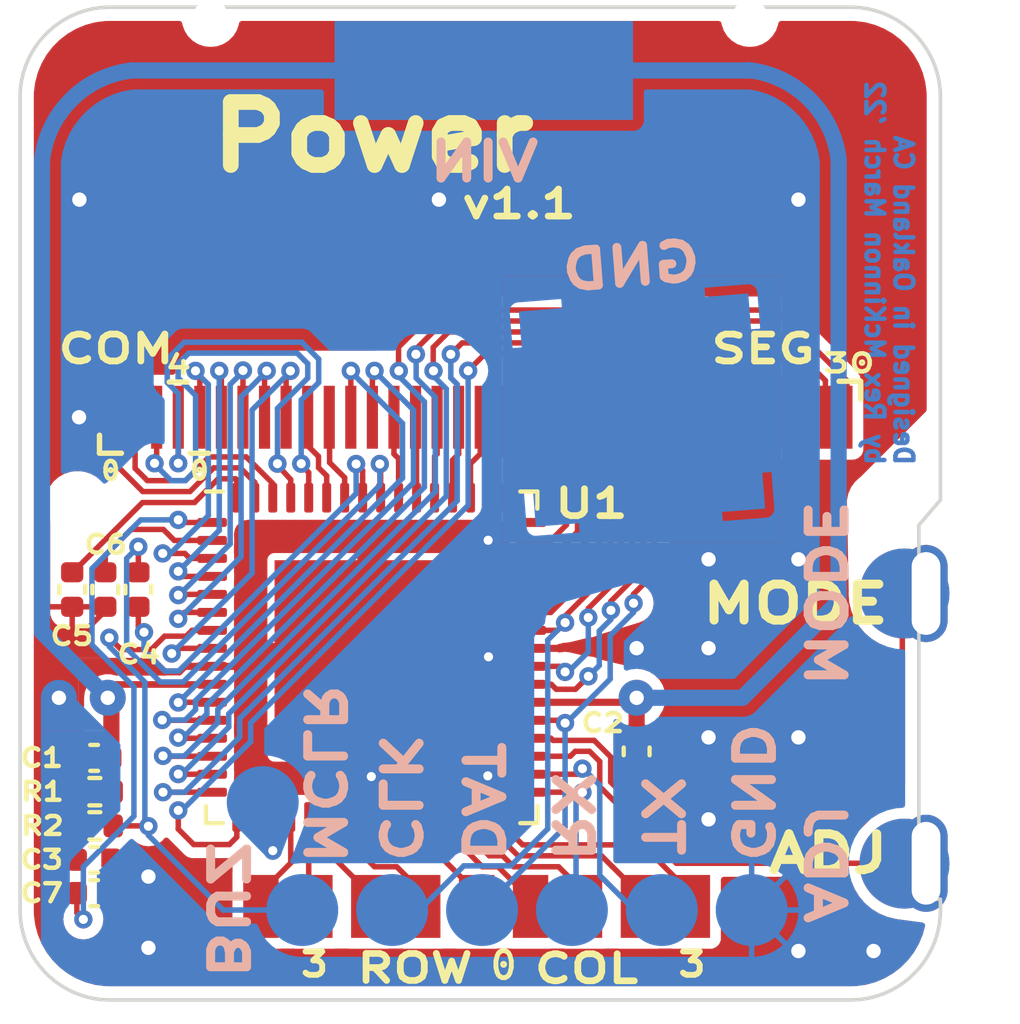
<source format=kicad_pcb>
(kicad_pcb (version 20220225) (generator pcbnew)
  (title_block (title "PowerPIC Calculator Watch") (date "2022-03-04") (rev "1.1") (comment 1 "Designed by Rex McKinnon <0xff@rexploits.com>"))
  (layers (0 "F.Cu" signal) (31 "B.Cu" signal) (34 "B.Paste" user) (35 "F.Paste" user) (36 "B.SilkS" user "B.Silkscreen") (37 "F.SilkS" user "F.Silkscreen") (38 "B.Mask" user) (39 "F.Mask" user) (44 "Edge.Cuts" user))
  (net 0 "")
  (net 1 "GND")
  (net 2 "VCC")
  (net 3 "/BUZZ")
  (net 4 "Net-(C3-Pad2)")
  (net 5 "/ROW3")
  (net 6 "/ROW2")
  (net 7 "/ROW1")
  (net 8 "/ROW0")
  (net 9 "/COL0")
  (net 10 "/COL1")
  (net 11 "/COL2")
  (net 12 "/COL3")
  (net 13 "/COM0")
  (net 14 "/COM1")
  (net 15 "/COM2")
  (net 16 "/COM3")
  (net 17 "/SEG0")
  (net 18 "/SEG1")
  (net 19 "/SEG2")
  (net 20 "/SEG3")
  (net 21 "/SEG4")
  (net 22 "/SEG5")
  (net 23 "/SEG6")
  (net 24 "/SEG7")
  (net 25 "/SEG8")
  (net 26 "/SEG9")
  (net 27 "/SEG10")
  (net 28 "/SEG11")
  (net 29 "/SEG12")
  (net 30 "/SEG13")
  (net 31 "/SEG14")
  (net 32 "/SEG15")
  (net 33 "/SEG16")
  (net 34 "/SEG17")
  (net 35 "/SEG18")
  (net 36 "/SEG19")
  (net 37 "/SEG20")
  (net 38 "/SEG21")
  (net 39 "/SEG22")
  (net 40 "/SEG23")
  (net 41 "/SEG24")
  (net 42 "/SEG25")
  (net 43 "/SEG26")
  (net 44 "/SEG27")
  (net 45 "/SEG28")
  (net 46 "/SEG29")
  (net 47 "/CFLY1")
  (net 48 "/CFLY2")
  (net 49 "/VLCD1")
  (net 50 "/VLCD2")
  (net 51 "/MODE")
  (net 52 "/ADJ")
  (net 53 "/RH1")
  (net 54 "/RH0")
  (net 55 "/SEG30")
  (net 56 "/~{MCLR}")
  (net 57 "/VLCD3")
  (net 58 "/UART_TX")
  (net 59 "/UART_RX")
  (net 60 "/KTEST")
  (footprint "Capacitor_SMD:C_0402_1005Metric" (layer "F.Cu") (at 144.15 69.29 90)
    (fp_text reference "C2")
    (fp_text value "0.1μF")
  )
  (footprint "Capacitor_SMD:C_0402_1005Metric" (layer "F.Cu") (at 128.45 64.79 -90)
    (fp_text reference "C5")
    (fp_text value "0.27μF")
  )
  (footprint "Resistor_SMD:R_0402_1005Metric" (layer "F.Cu") (at 129.08 70.41)
    (fp_text reference "R1")
    (fp_text value "100Ω")
  )
  (footprint "Resistor_SMD:R_0402_1005Metric" (layer "F.Cu") (at 129.08 71.36)
    (fp_text reference "R2")
    (fp_text value "100Ω")
  )
  (footprint "Capacitor_SMD:C_0402_1005Metric" (layer "F.Cu") (at 129.37 64.79 -90)
    (fp_text reference "C6")
    (fp_text value "0.27μF")
  )
  (footprint "Package_DFN_QFN:QFN-64-1EP_9x9mm_P0.5mm_EP5.4x5.4mm" (layer "F.Cu") (at 136.779 66.675)
    (fp_text reference "U1")
    (fp_text value "PIC16LF1919x-I/MR")
  )
  (footprint "powerpic:ppc-board" (layer "F.Cu") (at 127 76.2)
    (fp_text reference "PPC1" hide)
    (fp_text value "ppc-board" hide)
  )
  (footprint "Capacitor_SMD:C_0402_1005Metric" (layer "F.Cu") (at 130.29 64.79 90)
    (fp_text reference "C4")
    (fp_text value "1μF")
  )
  (footprint "Capacitor_SMD:C_0402_1005Metric" (layer "F.Cu") (at 129.06 72.3 180)
    (fp_text reference "C3")
    (fp_text value "10nF")
  )
  (footprint "Capacitor_SMD:C_0402_1005Metric" (layer "F.Cu") (at 129.06 73.23)
    (fp_text reference "C7")
    (fp_text value "NC")
  )
  (footprint "Capacitor_SMD:C_0402_1005Metric" (layer "F.Cu") (at 129.06 69.47)
    (fp_text reference "C1")
    (fp_text value "0.1μF")
  )
  (footprint "powerpic:Progo_Pad_D2.0mm" (layer "B.Cu") (at 142.35 73.7 180)
    (fp_text reference "TP4" hide)
    (fp_text value "UART_RX")
  )
  (footprint "powerpic:Progo_Pad_D2.0mm" (layer "B.Cu") (at 134.85 73.7 180)
    (fp_text reference "TP1" hide)
    (fp_text value "~{MCLR}")
  )
  (footprint "powerpic:Progo_Pad_D2.0mm" (layer "B.Cu") (at 137.35 73.7 180)
    (fp_text reference "TP2" hide)
    (fp_text value "ICSP_CLK")
  )
  (footprint "powerpic:Progo_Pad_D2.0mm" (layer "B.Cu") (at 147.35 73.7 180)
    (fp_text reference "GND")
    (fp_text value "Progo_Pad_D2.0mm")
  )
  (footprint "powerpic:Progo_Pad_D2.0mm" (layer "B.Cu") (at 144.85 73.7 -90)
    (fp_text reference "TP5" hide)
    (fp_text value "UART_TX")
  )
  (footprint "powerpic:Progo_Pad_D2.0mm" (layer "B.Cu") (at 139.85 73.7 180)
    (fp_text reference "TP3" hide)
    (fp_text value "ICSP_DAT")
  )
  (gr_circle (center 151.6 64.9) (end 152.8 64.9) (stroke (width 0.1)) (fill solid) (layer "F.Cu"))
  (gr_circle (center 151.6 72.41) (end 152.8 72.41) (stroke (width 0.1)) (fill solid) (layer "F.Cu"))
  (gr_circle (center 151.6 72.41) (end 152.8 72.41) (stroke (width 0.1)) (fill solid) (layer "B.Cu"))
  (gr_circle (center 151.6 64.9) (end 152.8 64.9) (stroke (width 0.1)) (fill solid) (layer "B.Cu"))
  (gr_line (start 131.74 61) (end 132.24 61) (stroke (width 0.15)) (layer "F.SilkS"))
  (gr_line (start 129.21 61) (end 129.21 60.5) (stroke (width 0.15)) (layer "F.SilkS"))
  (gr_circle (center 129.52 61.47) (end 129.53 61.47) (stroke (width 0.0762)) (fill none) (layer "F.SilkS"))
  (gr_line (start 150.38 59) (end 150.38 59.5) (stroke (width 0.15)) (layer "F.SilkS"))
  (gr_circle (center 150.42 58.48) (end 150.43 58.48) (stroke (width 0.08)) (fill none) (layer "F.SilkS"))
  (gr_line (start 150.38 59) (end 149.78 59) (stroke (width 0.15)) (layer "F.SilkS"))
  (gr_circle (center 131.99 61.46) (end 132 61.46) (stroke (width 0.0762)) (fill none) (layer "F.SilkS"))
  (gr_line (start 131.65 59.02) (end 131.15 59.02) (stroke (width 0.15)) (layer "F.SilkS"))
  (gr_circle (center 140.45 75.21) (end 140.46 75.21) (stroke (width 0.085)) (fill none) (layer "F.SilkS"))
  (gr_line (start 129.21 61) (end 129.82 61) (stroke (width 0.15)) (layer "F.SilkS"))
  (gr_poly locked (pts (xy 152 73.4) (xy 152 63) (xy 152.6 62.3) (arc (start 152.6 51.1) (mid 151.867767 49.332233) (end 150.1 48.6)) (arc (start 129.5 48.6) (mid 127.732233 49.332233) (end 127 51.1)) (arc (start 127 73.7) (mid 127.732233 75.467767) (end 129.5 76.2)) (arc (start 150.1 76.2) (mid 151.867767 75.467767) (end 152.6 73.7)) (xy 152.6 73.4)) (stroke (width 0.1)) (fill none) (layer "Edge.Cuts"))
  (gr_text "Designed in Oakland CA\nby Rex McKinnon March '22" (at 151.17 61.39 270) (layer "B.Cu") (effects (font (size 0.5 0.5) (thickness 0.125) bold) (justify left mirror)))
  (gr_text "MCLR" (at 135.45 72.56 270) (layer "B.SilkS") (effects (font (size 1 1.25) (thickness 0.25) bold) (justify left mirror)))
  (gr_text "DAT" (at 139.85 72.5 270) (layer "B.SilkS") (effects (font (size 1 1.25) (thickness 0.25) bold) (justify left mirror)))
  (gr_text "VIN" (at 139.9 52.9) (layer "B.SilkS") (effects (font (size 1 1.25) (thickness 0.25) bold) (justify mirror)))
  (gr_text "MODE" (at 149.37 64.9 -90) (layer "B.SilkS") (effects (font (size 1 1.25) (thickness 0.25) bold) (justify mirror)))
  (gr_text "TX" (at 144.85 72.32 270) (layer "B.SilkS") (effects (font (size 1 1.25) (thickness 0.25) bold) (justify left mirror)))
  (gr_text "RX" (at 142.35 72.5 990) (layer "B.SilkS") (effects (font (size 1 1.25) (thickness 0.25) bold) (justify left mirror)))
  (gr_text "ADJ" (at 149.37 72.4 -90) (layer "B.SilkS") (effects (font (size 1 1.25) (thickness 0.25) bold) (justify mirror)))
  (gr_text "CLK" (at 137.55 72.5 270) (layer "B.SilkS") (effects (font (size 1 1.25) (thickness 0.25) bold) (justify left mirror)))
  (gr_text "BUZ" (at 132.75 73.7 -90) (layer "B.SilkS") (effects (font (size 1 1.25) (thickness 0.25) bold) (justify mirror)))
  (gr_text "GND" (at 144 55.8 4.5) (layer "B.SilkS") (effects (font (size 1 1.25) (thickness 0.25) bold) (justify mirror)))
  (gr_text "30" (at 150.06 58.5) (layer "F.SilkS") (effects (font (size 0.5 0.75) (thickness 0.125))))
  (gr_text "4" (at 131.4 58.55) (layer "F.SilkS") (effects (font (size 0.5 0.75) (thickness 0.125))))
  (gr_text "3" (at 135.19 75.21) (layer "F.SilkS") (effects (font (size 0.65 0.75) (thickness 0.1625) bold)))
  (gr_text "ADJ" (at 151.29 72.13) (layer "F.SilkS") (effects (font (size 1 1.25) (thickness 0.25) bold) (justify right)))
  (gr_text "MODE" (at 151.29 65.19) (layer "F.SilkS") (effects (font (size 1 1.25) (thickness 0.25) bold) (justify right)))
  (gr_text "Power" (at 141.53 52.2 360) (layer "F.SilkS") (effects (font (size 1.75 2) (thickness 0.4375) bold) (justify right)))
  (gr_text "v1.1" (at 140.88 54.07 360) (layer "F.SilkS") (effects (font (size 0.75 1) (thickness 0.1875) bold)))
  (gr_text "0" (at 131.99 61.48) (layer "F.SilkS") (effects (font (size 0.5 0.5) (thickness 0.125) bold)))
  (gr_text "3" (at 145.69 75.21) (layer "F.SilkS") (effects (font (size 0.65 0.75) (thickness 0.1625) bold)))
  (gr_text "COL" (at 141.2 75.33) (layer "F.SilkS") (effects (font (size 0.75 1) (thickness 0.1875) bold) (justify left)))
  (gr_text "0" (at 140.45 75.24) (layer "F.SilkS") (effects (font (size 0.75 0.75) (thickness 0.135) bold)))
  (gr_text "SEG" (at 149.22 58.1 1800) (layer "F.SilkS") (effects (font (size 0.75 1) (thickness 0.1875) bold) (justify right)))
  (gr_text "ROW" (at 139.7 75.32) (layer "F.SilkS") (effects (font (size 0.75 1) (thickness 0.1875) bold) (justify right)))
  (gr_text "0" (at 129.52 61.49) (layer "F.SilkS") (effects (font (size 0.5 0.5) (thickness 0.125) bold)))
  (gr_text "COM" (at 127.95 58.1 720) (layer "F.SilkS") (effects (font (size 0.75 1) (thickness 0.1875) bold) (justify left)))
  (segment (start 140.365 66.425) (end 140.35 66.41) (width 0.2) (layer "F.Cu") (net 1))
  (segment (start 133.345 66.925) (end 133.35 66.93) (width 0.2) (layer "F.Cu") (net 1))
  (segment (start 132.3415 66.925) (end 133.345 66.925) (width 0.2) (layer "F.Cu") (net 1))
  (segment (start 130.57 66.917733) (end 130.852266 66.917733) (width 0.2) (layer "F.Cu") (net 1))
  (segment (start 131.577925 66.925) (end 132.3415 66.925) (width 0.2) (layer "F.Cu") (net 1))
  (segment (start 131.424845 67.07808) (end 131.577925 66.925) (width 0.2) (layer "F.Cu") (net 1))
  (segment (start 144.15 69.77) (end 144.15 70.22) (width 0.1524) (layer "F.Cu") (net 1))
  (segment (start 144.455 70.525) (end 144.54 70.61) (width 0.1524) (layer "F.Cu") (net 1))
  (segment (start 129.37 65.38) (end 128.87 65.88) (width 0.1524) (layer "F.Cu") (net 1))
  (segment (start 130.852266 66.917733) (end 131.012613 67.07808) (width 0.2) (layer "F.Cu") (net 1))
  (segment (start 129.37 65.27) (end 129.37 65.38) (width 0.1524) (layer "F.Cu") (net 1))
  (segment (start 131.012613 67.07808) (end 131.424845 67.07808) (width 0.2) (layer "F.Cu") (net 1))
  (segment (start 141.2165 66.425) (end 142.005 66.425) (width 0.2) (layer "F.Cu") (net 1))
  (segment (start 141.2165 66.425) (end 140.365 66.425) (width 0.2) (layer "F.Cu") (net 1))
  (segment (start 144.15 70.22) (end 144.455 70.525) (width 0.1524) (layer "F.Cu") (net 1))
  (via (at 148.65 68.9) (size 0.7) (drill 0.4) (layers "F.Cu" "B.Cu") (net 1))
  (via (at 128.64 60) (size 0.7) (drill 0.4) (layers "F.Cu" "B.Cu") (net 1))
  (via (at 140.01 69.97) (size 0.6) (drill 0.254) (layers "F.Cu" "B.Cu") (net 1))
  (via (at 146.15 71.18) (size 0.7) (drill 0.4) (layers "F.Cu" "B.Cu") (net 1))
  (via (at 130.57 74.75) (size 0.7) (drill 0.4) (layers "F.Cu" "B.Cu") (net 1))
  (via (at 150.74 74.84) (size 0.7) (drill 0.4) (layers "F.Cu" "B.Cu") (net 1))
  (via (at 130.57 72.77) (size 0.7) (drill 0.4) (layers "F.Cu" "B.Cu") (net 1))
  (via (at 148.65 53.95) (size 0.7) (drill 0.4) (layers "F.Cu" "B.Cu") (net 1))
  (via (at 140.02 63.42) (size 0.6) (drill 0.254) (layers "F.Cu" "B.Cu") (net 1))
  (via (at 140.03 66.66) (size 0.6) (drill 0.254) (layers "F.Cu" "B.Cu") (net 1))
  (via (at 148.65 74.84) (size 0.7) (drill 0.4) (layers "F.Cu" "B.Cu") (net 1))
  (via (at 148.65 63.95) (size 0.7) (drill 0.4) (layers "F.Cu" "B.Cu") (net 1))
  (via (at 128.65 53.95) (size 0.7) (drill 0.4) (layers "F.Cu" "B.Cu") (net 1))
  (via (at 144.15 66.42) (size 0.7) (drill 0.4) (layers "F.Cu" "B.Cu") (net 1))
  (via (at 146.15 66.42) (size 0.7) (drill 0.4) (layers "F.Cu" "B.Cu") (net 1))
  (via (at 136.77 69.99) (size 0.6) (drill 0.254) (layers "F.Cu" "B.Cu") (net 1))
  (via (at 138.65 53.95) (size 0.7) (drill 0.4) (layers "F.Cu" "B.Cu") (net 1))
  (via (at 128.08 67.8) (size 1) (drill 0.4) (layers "F.Cu" "B.Cu") (net 1))
  (via (at 146.15 63.95) (size 0.7) (drill 0.4) (layers "F.Cu" "B.Cu") (net 1))
  (via (at 146.15 68.9) (size 0.7) (drill 0.4) (layers "F.Cu" "B.Cu") (net 1))
  (segment (start 147.35 73.7) (end 147.35 75.09) (width 0.1524) (layer "B.Cu") (net 1))
  (segment (start 147.35 73.7) (end 148.82 73.7) (width 0.1524) (layer "B.Cu") (net 1))
  (segment (start 144.3 59.8) (end 148.81 57.6) (width 0.1524) (layer "B.Cu") (net 1))
  (segment (start 147.35 73.7) (end 147.35 72.27) (width 0.1524) (layer "B.Cu") (net 1))
  (segment (start 144.09 67.86) (end 144.03 67.8) (width 0.45) (layer "F.Cu") (net 2))
  (segment (start 129.438985 67.8) (end 129.54 67.901015) (width 0.45) (layer "F.Cu") (net 2))
  (segment (start 129.438985 67.425) (end 129.438985 67.8) (width 0.1524) (layer "F.Cu") (net 2))
  (segment (start 129.54 67.901015) (end 129.54 69.47) (width 0.45) (layer "F.Cu") (net 2))
  (segment (start 132.3415 67.425) (end 132.3415 67.43) (width 0.2) (layer "F.Cu") (net 2))
  (segment (start 141.2165 67.925) (end 144.025 67.925) (width 0.2) (layer "F.Cu") (net 2))
  (segment (start 144.15 68.76) (end 144.15 67.8) (width 0.45) (layer "F.Cu") (net 2))
  (segment (start 132.3415 67.43) (end 129.438985 67.43) (width 0.1872) (layer "F.Cu") (net 2))
  (segment (start 129.54 70.38) (end 129.57 70.41) (width 0.1524) (layer "F.Cu") (net 2))
  (segment (start 144.025 67.925) (end 144.03 67.92) (width 0.2) (layer "F.Cu") (net 2))
  (segment (start 129.54 69.47) (end 129.54 70.38) (width 0.1524) (layer "F.Cu") (net 2))
  (via (at 129.438985 67.8) (size 1) (drill 0.4) (layers "F.Cu" "B.Cu") (net 2))
  (via (at 144.15 67.8) (size 1) (drill 0.4) (layers "F.Cu" "B.Cu") (net 2))
  (segment (start 144.03 67.8) (end 147.091521 67.8) (width 0.45) (layer "B.Cu") (net 2))
  (segment (start 127.61 65.971015) (end 129.438985 67.8) (width 0.45) (layer "B.Cu") (net 2))
  (segment (start 147.261521 50.36) (end 139.9 50.36) (width 0.45) (layer "B.Cu") (net 2))
  (segment (start 149.77 52.851521) (end 149.77 53.908479) (width 0.45) (layer "B.Cu") (net 2))
  (segment (start 147.091521 67.8) (end 149.768479 65.123042) (width 0.45) (layer "B.Cu") (net 2))
  (segment (start 149.768479 53.91) (end 149.768479 65.123042) (width 0.45) (layer "B.Cu") (net 2))
  (segment (start 127.61 52.86) (end 127.61 65.971015) (width 0.45) (layer "B.Cu") (net 2))
  (segment (start 147.27 50.351521) (end 147.261521 50.36) (width 0.45) (layer "B.Cu") (net 2))
  (segment (start 139.9 50.36) (end 130.11 50.36) (width 0.45) (layer "B.Cu") (net 2))
  (segment (start 144.09 67.86) (end 144.03 67.8) (width 0.45) (layer "B.Cu") (net 2))
  (arc (start 147.27 50.351521) (mid 148.72664 50.954881) (end 149.77 52.851521) (width 0.45) (layer "B.Cu") (net 2))
  (arc (start 130.11 50.36) (mid 128.21336 51.40336) (end 127.61 52.86) (width 0.45) (layer "B.Cu") (net 2))
  (segment (start 134.029 71.1125) (end 134.029 72.049) (width 0.1524) (layer "F.Cu") (net 3))
  (segment (start 134.029 72.049) (end 134.03 72.05) (width 0.1524) (layer "F.Cu") (net 3))
  (via (at 134.03 72.05) (size 0.508) (drill 0.254) (layers "F.Cu" "B.Cu") (net 3))
  (segment (start 128.58 70.41) (end 128.55 70.41) (width 0.1524) (layer "F.Cu") (net 4))
  (segment (start 128.58 72.3) (end 128.58 70.41) (width 0.1524) (layer "F.Cu") (net 4))
  (segment (start 135.029 73.429) (end 135.2 73.6) (width 0.1524) (layer "F.Cu") (net 5))
  (segment (start 135.029 71.1125) (end 135.029 73.429) (width 0.1524) (layer "F.Cu") (net 5))
  (segment (start 135.2 73.6) (end 135.2 73.41) (width 0.1524) (layer "F.Cu") (net 5))
  (segment (start 136.529 73.429) (end 136.7 73.6) (width 0.1524) (layer "F.Cu") (net 6))
  (segment (start 136.7 73.6) (end 136.7 73.22) (width 0.1524) (layer "F.Cu") (net 6))
  (segment (start 136.7 73.22) (end 135.529 72.049) (width 0.1524) (layer "F.Cu") (net 6))
  (segment (start 135.529 72.049) (end 135.529 71.1125) (width 0.1524) (layer "F.Cu") (net 6))
  (segment (start 136.029 71.1125) (end 136.02 71.1215) (width 0.1524) (layer "F.Cu") (net 7))
  (segment (start 138.2 73.22) (end 138.2 73.6) (width 0.1524) (layer "F.Cu") (net 7))
  (segment (start 137.476889 72.496889) (end 138.2 73.22) (width 0.1524) (layer "F.Cu") (net 7))
  (segment (start 138.2 73.4) (end 138.2 73.6) (width 0.1524) (layer "F.Cu") (net 7))
  (segment (start 136.029 71.1125) (end 136.029 71.669) (width 0.1524) (layer "F.Cu") (net 7))
  (segment (start 136.029 71.669) (end 136.856889 72.496889) (width 0.1524) (layer "F.Cu") (net 7))
  (segment (start 136.856889 72.496889) (end 137.476889 72.496889) (width 0.1524) (layer "F.Cu") (net 7))
  (segment (start 138.6 73.2) (end 138.2 73.6) (width 0.1524) (layer "F.Cu") (net 7))
  (segment (start 139.7 73.22) (end 139.7 73.6) (width 0.1524) (layer "F.Cu") (net 8))
  (segment (start 139.7 72.84) (end 139.7 73.6) (width 0.1524) (layer "F.Cu") (net 8))
  (segment (start 138.672569 72.192569) (end 139.7 73.22) (width 0.1524) (layer "F.Cu") (net 8))
  (segment (start 137.052569 72.192569) (end 138.672569 72.192569) (width 0.1524) (layer "F.Cu") (net 8))
  (segment (start 136.529 71.1125) (end 136.529 71.669) (width 0.1524) (layer "F.Cu") (net 8))
  (segment (start 136.529 71.669) (end 137.052569 72.192569) (width 0.1524) (layer "F.Cu") (net 8))
  (segment (start 141.2 73.4) (end 141.2 73.6) (width 0.1524) (layer "F.Cu") (net 9))
  (segment (start 139.029 71.669) (end 139.856889 72.496889) (width 0.1524) (layer "F.Cu") (net 9))
  (segment (start 140.296889 72.496889) (end 141.2 73.4) (width 0.1524) (layer "F.Cu") (net 9))
  (segment (start 139.029 71.1125) (end 139.029 71.669) (width 0.1524) (layer "F.Cu") (net 9))
  (segment (start 139.856889 72.496889) (end 140.296889 72.496889) (width 0.1524) (layer "F.Cu") (net 9))
  (segment (start 141.2 73.276278) (end 141.2 73.6) (width 0.1524) (layer "F.Cu") (net 9))
  (segment (start 140.422943 72.192569) (end 140.727263 72.496889) (width 0.1524) (layer "F.Cu") (net 10))
  (segment (start 140.727263 72.496889) (end 141.979389 72.496889) (width 0.1524) (layer "F.Cu") (net 10))
  (segment (start 139.529 71.1125) (end 139.529 71.669) (width 0.1524) (layer "F.Cu") (net 10))
  (segment (start 139.529 71.669) (end 140.052569 72.192569) (width 0.1524) (layer "F.Cu") (net 10))
  (segment (start 142.7 73.2175) (end 142.7 73.6) (width 0.1524) (layer "F.Cu") (net 10))
  (segment (start 140.052569 72.192569) (end 140.422943 72.192569) (width 0.1524) (layer "F.Cu") (net 10))
  (segment (start 141.979389 72.496889) (end 142.7 73.2175) (width 0.1524) (layer "F.Cu") (net 10))
  (segment (start 143.479389 72.496889) (end 143.476889 72.496889) (width 0.1524) (layer "F.Cu") (net 11))
  (segment (start 144.2 73.2175) (end 143.479389 72.496889) (width 0.1524) (layer "F.Cu") (net 11))
  (segment (start 140.029 71.669) (end 140.029 71.1125) (width 0.1524) (layer "F.Cu") (net 11))
  (segment (start 143.476889 72.496889) (end 143.172569 72.192569) (width 0.1524) (layer "F.Cu") (net 11))
  (segment (start 140.853316 72.192569) (end 140.548996 71.888249) (width 0.1524) (layer "F.Cu") (net 11))
  (segment (start 140.548996 71.888249) (end 140.248249 71.888249) (width 0.1524) (layer "F.Cu") (net 11))
  (segment (start 140.248249 71.888249) (end 140.029 71.669) (width 0.1524) (layer "F.Cu") (net 11))
  (segment (start 143.172569 72.192569) (end 140.853316 72.192569) (width 0.1524) (layer "F.Cu") (net 11))
  (segment (start 144.2 73.6) (end 144.2 73.2175) (width 0.1524) (layer "F.Cu") (net 11))
  (segment (start 145.7 73.2175) (end 145.7 73.6) (width 0.1524) (layer "F.Cu") (net 12))
  (segment (start 140.529 71.1125) (end 140.529 71.437879) (width 0.1524) (layer "F.Cu") (net 12))
  (segment (start 140.97937 71.888249) (end 144.311971 71.888249) (width 0.1524) (layer "F.Cu") (net 12))
  (segment (start 145.7 73.276278) (end 145.7 73.6) (width 0.1524) (layer "F.Cu") (net 12))
  (segment (start 140.529 71.437879) (end 140.97937 71.888249) (width 0.1524) (layer "F.Cu") (net 12))
  (segment (start 144.311971 71.888249) (end 145.7 73.276278) (width 0.1524) (layer "F.Cu") (net 12))
  (segment (start 132.384752 61.407431) (end 131.725752 62.066431) (width 0.1524) (layer "F.Cu") (net 13))
  (segment (start 130.414345 62.066431) (end 129.6 61.252086) (width 0.1524) (layer "F.Cu") (net 13))
  (segment (start 133.529 61.811183) (end 133.125248 61.407431) (width 0.1524) (layer "F.Cu") (net 13))
  (segment (start 133.125248 61.407431) (end 132.384752 61.407431) (width 0.1524) (layer "F.Cu") (net 13))
  (segment (start 129.6 61.252086) (end 129.6 60) (width 0.1524) (layer "F.Cu") (net 13))
  (segment (start 131.725752 62.066431) (end 130.414345 62.066431) (width 0.1524) (layer "F.Cu") (net 13))
  (segment (start 133.529 62.2375) (end 133.529 61.811183) (width 0.1524) (layer "F.Cu") (net 13))
  (segment (start 130.540399 61.762111) (end 130.2 61.421712) (width 0.1524) (layer "F.Cu") (net 14))
  (segment (start 133.29064 61.103111) (end 132.258698 61.103111) (width 0.1524) (layer "F.Cu") (net 14))
  (segment (start 130.2 61.421712) (end 130.2 60) (width 0.1524) (layer "F.Cu") (net 14))
  (segment (start 131.599698 61.762111) (end 130.540399 61.762111) (width 0.1524) (layer "F.Cu") (net 14))
  (segment (start 134.029 61.841471) (end 133.29064 61.103111) (width 0.1524) (layer "F.Cu") (net 14))
  (segment (start 134.029 62.2375) (end 134.029 61.841471) (width 0.1524) (layer "F.Cu") (net 14))
  (segment (start 132.258698 61.103111) (end 131.599698 61.762111) (width 0.1524) (layer "F.Cu") (net 14))
  (segment (start 130.8 60) (end 130.8 61.220097) (width 0.1524) (layer "F.Cu") (net 15))
  (segment (start 134.529 61.7326) (end 134.529 62.2375) (width 0.1524) (layer "F.Cu") (net 15))
  (segment (start 134.16 61.33) (end 134.529 61.7326) (width 0.1524) (layer "F.Cu") (net 15))
  (segment (start 130.740097 60.059903) (end 130.8 60) (width 0.1524) (layer "F.Cu") (net 15))
  (segment (start 130.8 61.220097) (end 130.740097 61.28) (width 0.1524) (layer "F.Cu") (net 15))
  (via (at 130.740097 61.28) (size 0.508) (drill 0.254) (layers "F.Cu" "B.Cu") (net 15))
  (via (at 134.16 61.290662) (size 0.508) (drill 0.254) (layers "F.Cu" "B.Cu") (net 15))
  (segment (start 130.740097 61.301906) (end 130.740097 61.28) (width 0.1524) (layer "B.Cu") (net 15))
  (segment (start 131.200302 61.762111) (end 130.740097 61.301906) (width 0.1524) (layer "B.Cu") (net 15))
  (segment (start 135.002111 58.510302) (end 134.709698 58.217889) (width 0.1524) (layer "B.Cu") (net 15))
  (segment (start 134.709698 58.217889) (end 131.690302 58.217889) (width 0.1524) (layer "B.Cu") (net 15))
  (segment (start 131.397889 58.510302) (end 131.397889 58.909698) (width 0.1524) (layer "B.Cu") (net 15))
  (segment (start 131.882111 59.39392) (end 131.397889 58.909698) (width 0.1524) (layer "B.Cu") (net 15))
  (segment (start 134.16 59.751809) (end 134.16 61.33) (width 0.1524) (layer "B.Cu") (net 15))
  (segment (start 135.002111 58.909698) (end 135.002111 58.510302) (width 0.1524) (layer "B.Cu") (net 15))
  (segment (start 131.599698 61.762111) (end 131.200302 61.762111) (width 0.1524) (layer "B.Cu") (net 15))
  (segment (start 131.690302 58.217889) (end 131.397889 58.510302) (width 0.1524) (layer "B.Cu") (net 15))
  (segment (start 131.599698 61.762111) (end 131.882111 61.479698) (width 0.1524) (layer "B.Cu") (net 15))
  (segment (start 135.002111 58.909698) (end 134.16 59.751809) (width 0.1524) (layer "B.Cu") (net 15))
  (segment (start 131.882111 61.479698) (end 131.882111 59.39392) (width 0.1524) (layer "B.Cu") (net 15))
  (segment (start 131.4 60) (end 131.4 61.28) (width 0.1524) (layer "F.Cu") (net 16))
  (segment (start 135.029 61.536317) (end 134.819997 61.327314) (width 0.1524) (layer "F.Cu") (net 16))
  (segment (start 135.029 62.2375) (end 135.029 61.536317) (width 0.1524) (layer "F.Cu") (net 16))
  (via (at 134.819997 61.290662) (size 0.508) (drill 0.254) (layers "F.Cu" "B.Cu") (net 16))
  (via (at 131.4 61.28) (size 0.508) (drill 0.254) (layers "F.Cu" "B.Cu") (net 16))
  (segment (start 135.306431 59.035752) (end 135.306431 58.384249) (width 0.1524) (layer "B.Cu") (net 16))
  (segment (start 134.819997 59.522186) (end 135.306431 59.035752) (width 0.1524) (layer "B.Cu") (net 16))
  (segment (start 131.093569 59.035752) (end 131.4 59.342183) (width 0.1524) (layer "B.Cu") (net 16))
  (segment (start 131.093569 58.384248) (end 131.093569 59.035752) (width 0.1524) (layer "B.Cu") (net 16))
  (segment (start 131.564248 57.913569) (end 131.093569 58.384248) (width 0.1524) (layer "B.Cu") (net 16))
  (segment (start 135.306431 58.384249) (end 134.835751 57.913569) (width 0.1524) (layer "B.Cu") (net 16))
  (segment (start 134.835751 57.913569) (end 131.564248 57.913569) (width 0.1524) (layer "B.Cu") (net 16))
  (segment (start 134.819997 61.327314) (end 134.819997 59.522186) (width 0.1524) (layer "B.Cu") (net 16))
  (segment (start 131.4 59.342183) (end 131.4 61.28) (width 0.1524) (layer "B.Cu") (net 16))
  (segment (start 132 58.83) (end 131.88 58.71) (width 0.1524) (layer "F.Cu") (net 17))
  (segment (start 131.583085 63.785988) (end 130.967859 63.785988) (width 0.1524) (layer "F.Cu") (net 17))
  (segment (start 131.722097 63.925) (end 131.643548 63.846451) (width 0.1524) (layer "F.Cu") (net 17))
  (segment (start 131.805 63.925) (end 131.722097 63.925) (width 0.1524) (layer "F.Cu") (net 17))
  (segment (start 132.3415 63.925) (end 131.805 63.925) (width 0.1524) (layer "F.Cu") (net 17))
  (segment (start 132 60) (end 132 58.83) (width 0.1524) (layer "F.Cu") (net 17))
  (segment (start 131.643548 63.846451) (end 131.583085 63.785988) (width 0.1524) (layer "F.Cu") (net 17))
  (via (at 131.88 58.71) (size 0.508) (drill 0.254) (layers "F.Cu" "B.Cu") (net 17))
  (via (at 130.967859 63.785988) (size 0.508) (drill 0.254) (layers "F.Cu" "B.Cu") (net 17))
  (segment (start 131.88 58.731809) (end 131.88 58.71) (width 0.1524) (layer "B.Cu") (net 17))
  (segment (start 131.340638 63.629362) (end 132.23568 62.73432) (width 0.1524) (layer "B.Cu") (net 17))
  (segment (start 131.184012 63.785988) (end 131.340638 63.629362) (width 0.1524) (layer "B.Cu") (net 17))
  (segment (start 130.967859 63.785988) (end 131.184012 63.785988) (width 0.1524) (layer "B.Cu") (net 17))
  (segment (start 132.23568 62.73432) (end 132.23568 59.087489) (width 0.1524) (layer "B.Cu") (net 17))
  (segment (start 132.23568 59.087489) (end 131.88 58.731809) (width 0.1524) (layer "B.Cu") (net 17))
  (segment (start 132.3415 64.425) (end 131.540288 64.425) (width 0.1524) (layer "F.Cu") (net 18))
  (segment (start 131.540288 64.425) (end 131.4 64.284712) (width 0.1524) (layer "F.Cu") (net 18))
  (segment (start 132.6 58.77) (end 132.54 58.71) (width 0.1524) (layer "F.Cu") (net 18))
  (segment (start 132.6 58.97) (end 132.6 58.77) (width 0.1524) (layer "F.Cu") (net 18))
  (segment (start 132.6 60) (end 132.6 58.97) (width 0.1524) (layer "F.Cu") (net 18))
  (via (at 132.54 58.71) (size 0.508) (drill 0.254) (layers "F.Cu" "B.Cu") (net 18))
  (via (at 131.4 64.284712) (size 0.508) (drill 0.254) (layers "F.Cu" "B.Cu") (net 18))
  (segment (start 132.54 63.144712) (end 131.4 64.284712) (width 0.1524) (layer "B.Cu") (net 18))
  (segment (start 132.54 58.71) (end 132.54 63.144712) (width 0.1524) (layer "B.Cu") (net 18))
  (segment (start 133.2 60) (end 133.2 58.7) (width 0.1524) (layer "F.Cu") (net 19))
  (segment (start 131.419615 64.925) (end 131.4 64.944615) (width 0.1524) (layer "F.Cu") (net 19))
  (segment (start 132.3415 64.925) (end 131.419615 64.925) (width 0.1524) (layer "F.Cu") (net 19))
  (via (at 131.4 64.944615) (size 0.508) (drill 0.254) (layers "F.Cu" "B.Cu") (net 19))
  (via (at 133.2 58.7) (size 0.508) (drill 0.254) (layers "F.Cu" "B.Cu") (net 19))
  (segment (start 131.421906 64.944615) (end 131.4 64.944615) (width 0.1524) (layer "B.Cu") (net 19))
  (segment (start 133.2 58.731809) (end 132.84432 59.087489) (width 0.1524) (layer "B.Cu") (net 19))
  (segment (start 132.84432 59.087489) (end 132.84432 63.522201) (width 0.1524) (layer "B.Cu") (net 19))
  (segment (start 132.84432 63.522201) (end 131.421906 64.944615) (width 0.1524) (layer "B.Cu") (net 19))
  (segment (start 133.2 58.7) (end 133.2 58.731809) (width 0.1524) (layer "B.Cu") (net 19))
  (segment (start 133.8 58.77) (end 133.86 58.71) (width 0.1524) (layer "F.Cu") (net 20))
  (segment (start 131.579518 65.425) (end 131.4 65.604518) (width 0.1524) (layer "F.Cu") (net 20))
  (segment (start 132.3415 65.425) (end 131.579518 65.425) (width 0.1524) (layer "F.Cu") (net 20))
  (segment (start 133.8 60) (end 133.8 58.77) (width 0.1524) (layer "F.Cu") (net 20))
  (via (at 133.86 58.71) (size 0.508) (drill 0.254) (layers "F.Cu" "B.Cu") (net 20))
  (via (at 131.4 65.604518) (size 0.508) (drill 0.254) (layers "F.Cu" "B.Cu") (net 20))
  (segment (start 133.14864 63.877784) (end 131.421906 65.604518) (width 0.1524) (layer "B.Cu") (net 20))
  (segment (start 131.421906 65.604518) (end 131.4 65.604518) (width 0.1524) (layer "B.Cu") (net 20))
  (segment (start 133.14864 59.433169) (end 133.14864 63.877784) (width 0.1524) (layer "B.Cu") (net 20))
  (segment (start 133.86 58.71) (end 133.86 58.721809) (width 0.1524) (layer "B.Cu") (net 20))
  (segment (start 133.86 58.721809) (end 133.14864 59.433169) (width 0.1524) (layer "B.Cu") (net 20))
  (segment (start 131.362458 66.425) (end 131.218729 66.568729) (width 0.1524) (layer "F.Cu") (net 21))
  (segment (start 134.4 58.83) (end 134.52 58.71) (width 0.1524) (layer "F.Cu") (net 21))
  (segment (start 134.4 60) (end 134.4 58.83) (width 0.1524) (layer "F.Cu") (net 21))
  (segment (start 132.3415 66.425) (end 131.362458 66.425) (width 0.1524) (layer "F.Cu") (net 21))
  (via (at 131.218729 66.568729) (size 0.508) (drill 0.254) (layers "F.Cu" "B.Cu") (net 21))
  (via (at 134.52 58.71) (size 0.508) (drill 0.254) (layers "F.Cu" "B.Cu") (net 21))
  (segment (start 133.45296 59.798849) (end 133.45296 64.334498) (width 0.1524) (layer "B.Cu") (net 21))
  (segment (start 134.52 58.71) (end 134.52 58.731809) (width 0.1524) (layer "B.Cu") (net 21))
  (segment (start 133.45296 64.334498) (end 131.218729 66.568729) (width 0.1524) (layer "B.Cu") (net 21))
  (segment (start 134.52 58.731809) (end 133.45296 59.798849) (width 0.1524) (layer "B.Cu") (net 21))
  (segment (start 135.302108 61.090964) (end 135.302108 61.402108) (width 0.1524) (layer "F.Cu") (net 22))
  (segment (start 135 60.793911) (end 135 60) (width 0.1524) (layer "F.Cu") (net 22))
  (segment (start 135.529 61.629) (end 135.529 62.2375) (width 0.1524) (layer "F.Cu") (net 22))
  (segment (start 135 60.788856) (end 135.302108 61.090964) (width 0.1524) (layer "F.Cu") (net 22))
  (segment (start 135.302108 61.402108) (end 135.529 61.629) (width 0.1524) (layer "F.Cu") (net 22))
  (segment (start 135 60) (end 135 60.788856) (width 0.1524) (layer "F.Cu") (net 22))
  (segment (start 136.029 61.679) (end 135.61 61.26) (width 0.1524) (layer "F.Cu") (net 23))
  (segment (start 135.61 61.26) (end 135.61 60.01) (width 0.1524) (layer "F.Cu") (net 23))
  (segment (start 136.029 62.2375) (end 136.029 61.679) (width 0.1524) (layer "F.Cu") (net 23))
  (segment (start 135.61 60.01) (end 135.6 60) (width 0.1524) (layer "F.Cu") (net 23))
  (segment (start 136.029 62.2375) (end 136.03 62.2365) (width 0.1524) (layer "F.Cu") (net 23))
  (segment (start 136.029 62.2375) (end 136.014185 62.222685) (width 0.1524) (layer "F.Cu") (net 23))
  (segment (start 131.405 67.925) (end 131.4 67.93) (width 0.1524) (layer "F.Cu") (net 24))
  (segment (start 132.3415 67.925) (end 131.405 67.925) (width 0.1524) (layer "F.Cu") (net 24))
  (segment (start 136.2 60) (end 136.2 58.71) (width 0.1524) (layer "F.Cu") (net 24))
  (via (at 131.4 67.93) (size 0.508) (drill 0.254) (layers "F.Cu" "B.Cu") (net 24))
  (via (at 136.2 58.71) (size 0.508) (drill 0.254) (layers "F.Cu" "B.Cu") (net 24))
  (segment (start 136.2 58.71) (end 136.2 58.731906) (width 0.1524) (layer "B.Cu") (net 24))
  (segment (start 137.637526 61.692474) (end 131.4 67.93) (width 0.1524) (layer "B.Cu") (net 24))
  (segment (start 136.2 58.731906) (end 137.637526 60.169432) (width 0.1524) (layer "B.Cu") (net 24))
  (segment (start 137.637526 60.169432) (end 137.637526 61.692474) (width 0.1524) (layer "B.Cu") (net 24))
  (segment (start 136.8 60) (end 136.8 58.769903) (width 0.1524) (layer "F.Cu") (net 25))
  (segment (start 132.3415 68.425) (end 130.96171 68.425) (width 0.1524) (layer "F.Cu") (net 25))
  (segment (start 130.96171 68.425) (end 130.953516 68.416806) (width 0.1524) (layer "F.Cu") (net 25))
  (segment (start 136.8 58.769903) (end 136.859903 58.71) (width 0.1524) (layer "F.Cu") (net 25))
  (via (at 130.953516 68.416806) (size 0.508) (drill 0.254) (layers "F.Cu" "B.Cu") (net 25))
  (via (at 136.859903 58.71) (size 0.508) (drill 0.254) (layers "F.Cu" "B.Cu") (net 25))
  (segment (start 131.595003 68.416806) (end 130.953516 68.416806) (width 0.1524) (layer "B.Cu") (net 25))
  (segment (start 137.941846 61.818528) (end 131.882111 67.878263) (width 0.1524) (layer "B.Cu") (net 25))
  (segment (start 131.882111 68.129698) (end 131.595003 68.416806) (width 0.1524) (layer "B.Cu") (net 25))
  (segment (start 137.941846 59.798631) (end 137.941846 61.818528) (width 0.1524) (layer "B.Cu") (net 25))
  (segment (start 131.882111 67.878263) (end 131.882111 68.129698) (width 0.1524) (layer "B.Cu") (net 25))
  (segment (start 136.859903 58.716688) (end 137.941846 59.798631) (width 0.1524) (layer "B.Cu") (net 25))
  (segment (start 136.859903 58.71) (end 136.859903 58.716688) (width 0.1524) (layer "B.Cu") (net 25))
  (segment (start 137.529 61.149) (end 137.4 61.02) (width 0.1524) (layer "F.Cu") (net 26))
  (segment (start 137.529 62.2375) (end 137.529 61.149) (width 0.1524) (layer "F.Cu") (net 26))
  (segment (start 137.4 61.02) (end 137.4 60) (width 0.1524) (layer "F.Cu") (net 26))
  (segment (start 138.029 62.2375) (end 138.029 60.029) (width 0.1524) (layer "F.Cu") (net 27))
  (segment (start 138.029 60.029) (end 138 60) (width 0.1524) (layer "F.Cu") (net 27))
  (segment (start 138.029 62.2375) (end 138 62.2085) (width 0.1524) (layer "F.Cu") (net 27))
  (segment (start 138.529 61.091) (end 138.529 62.2375) (width 0.1524) (layer "F.Cu") (net 28))
  (segment (start 138.6 60) (end 138.6 61.02) (width 0.1524) (layer "F.Cu") (net 28))
  (segment (start 138.6 61.02) (end 138.529 61.091) (width 0.1524) (layer "F.Cu") (net 28))
  (segment (start 139.029 61.191) (end 139.029 62.2375) (width 0.1524) (layer "F.Cu") (net 29))
  (segment (start 139.2 60) (end 139.2 61.02) (width 0.1524) (layer "F.Cu") (net 29))
  (segment (start 139.2 61.02) (end 139.029 61.191) (width 0.1524) (layer "F.Cu") (net 29))
  (segment (start 139.8 61.02) (end 139.529 61.291) (width 0.1524) (layer "F.Cu") (net 30))
  (segment (start 139.8 60) (end 139.8 61.02) (width 0.1524) (layer "F.Cu") (net 30))
  (segment (start 139.529 61.291) (end 139.529 62.2375) (width 0.1524) (layer "F.Cu") (net 30))
  (segment (start 140.029 62.2375) (end 140.029 61.391) (width 0.1524) (layer "F.Cu") (net 31))
  (segment (start 140.4 61.02) (end 140.4 60) (width 0.1524) (layer "F.Cu") (net 31))
  (segment (start 140.029 61.391) (end 140.4 61.02) (width 0.1524) (layer "F.Cu") (net 31))
  (segment (start 141 61.02) (end 141 60) (width 0.1524) (layer "F.Cu") (net 32))
  (segment (start 140.529 62.2375) (end 140.529 61.491) (width 0.1524) (layer "F.Cu") (net 32))
  (segment (start 140.529 61.491) (end 141 61.02) (width 0.1524) (layer "F.Cu") (net 32))
  (segment (start 141.6 61.02) (end 141.89568 61.31568) (width 0.1524) (layer "F.Cu") (net 33))
  (segment (start 141.765 62.925) (end 141.2165 62.925) (width 0.1524) (layer "F.Cu") (net 33))
  (segment (start 141.197587 62.906087) (end 141.2165 62.925) (width 0.1524) (layer "F.Cu") (net 33))
  (segment (start 141.6 60) (end 141.6 61.02) (width 0.1524) (layer "F.Cu") (net 33))
  (segment (start 141.89568 62.79432) (end 141.765 62.925) (width 0.1524) (layer "F.Cu") (net 33))
  (segment (start 141.89568 61.31568) (end 141.89568 62.79432) (width 0.1524) (layer "F.Cu") (net 33))
  (segment (start 142.2 62.99) (end 142.2 60) (width 0.1524) (layer "F.Cu") (net 34))
  (segment (start 141.2165 63.425) (end 141.765 63.425) (width 0.1524) (layer "F.Cu") (net 34))
  (segment (start 141.765 63.425) (end 142.2 62.99) (width 0.1524) (layer "F.Cu") (net 34))
  (segment (start 142.50432 61.31568) (end 142.8 61.02) (width 0.1524) (layer "F.Cu") (net 35))
  (segment (start 142.50432 63.18568) (end 142.50432 61.31568) (width 0.1524) (layer "F.Cu") (net 35))
  (segment (start 141.2165 63.925) (end 141.765 63.925) (width 0.1524) (layer "F.Cu") (net 35))
  (segment (start 141.765 63.925) (end 142.50432 63.18568) (width 0.1524) (layer "F.Cu") (net 35))
  (segment (start 142.8 61.02) (end 142.8 60) (width 0.1524) (layer "F.Cu") (net 35))
  (segment (start 143.4 61.02) (end 142.80864 61.61136) (width 0.1524) (layer "F.Cu") (net 36))
  (segment (start 142.80864 63.38136) (end 141.765 64.425) (width 0.1524) (layer "F.Cu") (net 36))
  (segment (start 143.4 60) (end 143.4 61.02) (width 0.1524) (layer "F.Cu") (net 36))
  (segment (start 141.765 64.425) (end 141.2165 64.425) (width 0.1524) (layer "F.Cu") (net 36))
  (segment (start 142.80864 61.61136) (end 142.80864 63.38136) (width 0.1524) (layer "F.Cu") (net 36))
  (segment (start 141.765 64.925) (end 141.2165 64.925) (width 0.1524) (layer "F.Cu") (net 37))
  (segment (start 143.11296 61.90704) (end 143.11296 63.57704) (width 0.1524) (layer "F.Cu") (net 37))
  (segment (start 144 60) (end 144 61.02) (width 0.1524) (layer "F.Cu") (net 37))
  (segment (start 143.11296 63.57704) (end 141.765 64.925) (width 0.1524) (layer "F.Cu") (net 37))
  (segment (start 144 61.02) (end 143.11296 61.90704) (width 0.1524) (layer "F.Cu") (net 37))
  (segment (start 144.6 60) (end 144.6 61.02) (width 0.1524) (layer "F.Cu") (net 38))
  (segment (start 143.41728 62.20272) (end 143.41728 63.77272) (width 0.1524) (layer "F.Cu") (net 38))
  (segment (start 141.765 65.425) (end 141.2165 65.425) (width 0.1524) (layer "F.Cu") (net 38))
  (segment (start 144.6 61.02) (end 143.41728 62.20272) (width 0.1524) (layer "F.Cu") (net 38))
  (segment (start 143.41728 63.77272) (end 141.765 65.425) (width 0.1524) (layer "F.Cu") (net 38))
  (segment (start 145.2 60) (end 145.2 61.02) (width 0.1524) (layer "F.Cu") (net 39))
  (segment (start 141.946794 65.925) (end 142.160897 65.710897) (width 0.1524) (layer "F.Cu") (net 39))
  (segment (start 145.2 61.02) (end 143.7216 62.4984) (width 0.1524) (layer "F.Cu") (net 39))
  (segment (start 141.2165 65.925) (end 141.946794 65.925) (width 0.1524) (layer "F.Cu") (net 39))
  (segment (start 143.7216 62.4984) (end 143.7216 63.9684) (width 0.1524) (layer "F.Cu") (net 39))
  (segment (start 142.160897 65.529103) (end 142.160897 65.710897) (width 0.1524) (layer "F.Cu") (net 39))
  (segment (start 143.7216 63.9684) (end 142.160897 65.529103) (width 0.1524) (layer "F.Cu") (net 39))
  (via (at 142.160897 65.710897) (size 0.508) (drill 0.254) (layers "F.Cu" "B.Cu") (net 39))
  (segment (start 139.341299 72.471889) (end 140.647737 72.471889) (width 0.1524) (layer "B.Cu") (net 39))
  (segment (start 140.647737 72.471889) (end 141.677889 71.441737) (width 0.1524) (layer "B.Cu") (net 39))
  (segment (start 141.677889 71.441737) (end 141.677889 66.193905) (width 0.1524) (layer "B.Cu") (net 39))
  (segment (start 138.113188 73.7) (end 139.341299 72.471889) (width 0.1524) (layer "B.Cu") (net 39))
  (segment (start 137.35 73.7) (end 138.113188 73.7) (width 0.1524) (layer "B.Cu") (net 39))
  (segment (start 141.677889 66.193905) (end 142.160897 65.710897) (width 0.1524) (layer "B.Cu") (net 39))
  (segment (start 144.02592 62.79408) (end 145.8 61.02) (width 0.1524) (layer "F.Cu") (net 40))
  (segment (start 142.805325 65.315049) (end 144.02592 64.094454) (width 0.1524) (layer "F.Cu") (net 40))
  (segment (start 144.02592 64.094454) (end 144.02592 62.79408) (width 0.1524) (layer "F.Cu") (net 40))
  (segment (start 145.8 61.02) (end 145.8 60) (width 0.1524) (layer "F.Cu") (net 40))
  (segment (start 142.005 66.925) (end 142.16 67.08) (width 0.1524) (layer "F.Cu") (net 40))
  (segment (start 142.805325 65.568826) (end 142.805325 65.315049) (width 0.1524) (layer "F.Cu") (net 40))
  (segment (start 141.2165 66.925) (end 142.005 66.925) (width 0.1524) (layer "F.Cu") (net 40))
  (via (at 142.805325 65.568826) (size 0.508) (drill 0.254) (layers "F.Cu" "B.Cu") (net 40))
  (via (at 142.16 67.08) (size 0.508) (drill 0.254) (layers "F.Cu" "B.Cu") (net 40))
  (segment (start 142.249499 67.08) (end 142.16 67.08) (width 0.1524) (layer "B.Cu") (net 40))
  (segment (start 142.805325 66.524174) (end 142.249499 67.08) (width 0.1524) (layer "B.Cu") (net 40))
  (segment (start 142.805325 65.568826) (end 142.805325 66.524174) (width 0.1524) (layer "B.Cu") (net 40))
  (segment (start 144.33024 64.220508) (end 144.33024 63.08976) (width 0.1524) (layer "F.Cu") (net 41))
  (segment (start 141.775 67.425) (end 141.78 67.43) (width 0.1524) (layer "F.Cu") (net 41))
  (segment (start 144.33024 63.08976) (end 146.4 61.02) (width 0.1524) (layer "F.Cu") (net 41))
  (segment (start 141.78 67.43) (end 141.912111 67.562111) (width 0.1524) (layer "F.Cu") (net 41))
  (segment (start 141.912111 67.562111) (end 142.18 67.562111) (width 0.1524) (layer "F.Cu") (net 41))
  (segment (start 142.449197 67.562111) (end 142.808346 67.202962) (width 0.1524) (layer "F.Cu") (net 41))
  (segment (start 142.18 67.562111) (end 142.449197 67.562111) (width 0.1524) (layer "F.Cu") (net 41))
  (segment (start 143.434144 65.368681) (end 143.434144 65.116604) (width 0.1524) (layer "F.Cu") (net 41))
  (segment (start 146.4 61.02) (end 146.4 60) (width 0.1524) (layer "F.Cu") (net 41))
  (segment (start 143.434144 65.116604) (end 144.33024 64.220508) (width 0.1524) (layer "F.Cu") (net 41))
  (segment (start 141.2165 67.425) (end 141.775 67.425) (width 0.1524) (layer "F.Cu") (net 41))
  (via (at 142.808346 67.202962) (size 0.508) (drill 0.254) (layers "F.Cu" "B.Cu") (net 41))
  (via (at 143.434144 65.368681) (size 0.508) (drill 0.254) (layers "F.Cu" "B.Cu") (net 41))
  (segment (start 143.11 65.94596) (end 143.11 66.901308) (width 0.1524) (layer "B.Cu") (net 41))
  (segment (start 143.434144 65.621816) (end 143.11 65.94596) (width 0.1524) (layer "B.Cu") (net 41))
  (segment (start 143.11 66.901308) (end 142.808346 67.202962) (width 0.1524) (layer "B.Cu") (net 41))
  (segment (start 143.434144 65.368681) (end 143.434144 65.621816) (width 0.1524) (layer "B.Cu") (net 41))
  (segment (start 144.63456 64.346562) (end 144.63456 63.38544) (width 0.1524) (layer "F.Cu") (net 42))
  (segment (start 144.064385 64.916737) (end 144.63456 64.346562) (width 0.1524) (layer "F.Cu") (net 42))
  (segment (start 144.064385 65.170282) (end 144.064385 64.916737) (width 0.1524) (layer "F.Cu") (net 42))
  (segment (start 142.16 68.501469) (end 142.061469 68.501469) (width 0.1524) (layer "F.Cu") (net 42))
  (segment (start 144.63456 63.38544) (end 147 61.02) (width 0.1524) (layer "F.Cu") (net 42))
  (segment (start 141.2165 68.425) (end 141.985 68.425) (width 0.1524) (layer "F.Cu") (net 42))
  (segment (start 142.061469 68.501469) (end 141.985 68.425) (width 0.1524) (layer "F.Cu") (net 42))
  (segment (start 147 61.02) (end 147 60) (width 0.1524) (layer "F.Cu") (net 42))
  (via (at 142.16 68.501469) (size 0.508) (drill 0.254) (layers "F.Cu" "B.Cu") (net 42))
  (via (at 144.064385 65.170282) (size 0.508) (drill 0.254) (layers "F.Cu" "B.Cu") (net 42))
  (segment (start 142.16 71.39) (end 142.16 68.6) (width 0.1524) (layer "B.Cu") (net 42))
  (segment (start 143.41432 66.072014) (end 143.41432 67.278797) (width 0.1524) (layer "B.Cu") (net 42))
  (segment (start 142.16 68.533117) (end 142.16 68.6) (width 0.1524) (layer "B.Cu") (net 42))
  (segment (start 143.41432 67.278797) (end 142.16 68.533117) (width 0.1524) (layer "B.Cu") (net 42))
  (segment (start 139.877889 73.5) (end 139.85 73.5) (width 0.1524) (layer "B.Cu") (net 42))
  (segment (start 144.064385 65.421949) (end 143.41432 66.072014) (width 0.1524) (layer "B.Cu") (net 42))
  (segment (start 144.064385 65.170282) (end 144.064385 65.421949) (width 0.1524) (layer "B.Cu") (net 42))
  (segment (start 139.85 73.7) (end 142.16 71.39) (width 0.1524) (layer "B.Cu") (net 42))
  (segment (start 139.463446 58.706554) (end 139.933013 58.236987) (width 0.1524) (layer "F.Cu") (net 43))
  (segment (start 132.82 71.88) (end 131.83 71.88) (width 0.1524) (layer "F.Cu") (net 43))
  (segment (start 133.029 71.1125) (end 133.029 71.669) (width 0.1524) (layer "F.Cu") (net 43))
  (segment (start 139.933013 58.236987) (end 146.856987 58.236987) (width 0.1524) (layer "F.Cu") (net 43))
  (segment (start 146.856987 58.236987) (end 147.6 58.98) (width 0.1524) (layer "F.Cu") (net 43))
  (segment (start 133.03 71.67) (end 132.82 71.88) (width 0.1524) (layer "F.Cu") (net 43))
  (segment (start 131.83 71.88) (end 131.400286 71.450286) (width 0.1524) (layer "F.Cu") (net 43))
  (segment (start 147.6 58.98) (end 147.6 60) (width 0.1524) (layer "F.Cu") (net 43))
  (segment (start 131.400286 71.450286) (end 131.400286 70.93034) (width 0.1524) (layer "F.Cu") (net 43))
  (via (at 131.400286 70.93034) (size 0.508) (drill 0.254) (layers "F.Cu" "B.Cu") (net 43))
  (via (at 139.463446 58.706554) (size 0.508) (drill 0.254) (layers "F.Cu" "B.Cu") (net 43))
  (segment (start 131.400286 70.93034) (end 131.501843 70.93034) (width 0.1524) (layer "B.Cu") (net 43))
  (segment (start 133.41296 68.499284) (end 139.463446 62.448797) (width 0.1524) (layer "B.Cu") (net 43))
  (segment (start 131.501843 70.93034) (end 133.41296 69.019223) (width 0.1524) (layer "B.Cu") (net 43))
  (segment (start 133.41296 69.019223) (end 133.41296 68.499284) (width 0.1524) (layer "B.Cu") (net 43))
  (segment (start 139.463446 62.448797) (end 139.463446 58.706554) (width 0.1524) (layer "B.Cu") (net 43))
  (segment (start 139.297333 57.932667) (end 147.152667 57.932667) (width 0.1524) (layer "F.Cu") (net 44))
  (segment (start 147.152667 57.932667) (end 148.2 58.98) (width 0.1524) (layer "F.Cu") (net 44))
  (segment (start 138.98 58.25) (end 139.297333 57.932667) (width 0.1524) (layer "F.Cu") (net 44))
  (segment (start 148.2 58.98) (end 148.2 60) (width 0.1524) (layer "F.Cu") (net 44))
  (segment (start 130.975846 70.425) (end 130.975556 70.42529) (width 0.1524) (layer "F.Cu") (net 44))
  (segment (start 132.3415 70.425) (end 130.975846 70.425) (width 0.1524) (layer "F.Cu") (net 44))
  (via (at 130.975556 70.42529) (size 0.508) (drill 0.254) (layers "F.Cu" "B.Cu") (net 44))
  (via (at 138.98 58.25) (size 0.508) (drill 0.254) (layers "F.Cu" "B.Cu") (net 44))
  (segment (start 133.10864 68.373231) (end 139.159126 62.322744) (width 0.1524) (layer "B.Cu") (net 44))
  (segment (start 138.981335 58.906252) (end 138.981335 58.251335) (width 0.1524) (layer "B.Cu") (net 44))
  (segment (start 131.576519 70.42529) (end 133.10864 68.893169) (width 0.1524) (layer "B.Cu") (net 44))
  (segment (start 130.975556 70.42529) (end 131.576519 70.42529) (width 0.1524) (layer "B.Cu") (net 44))
  (segment (start 139.159126 59.084043) (end 138.981335 58.906252) (width 0.1524) (layer "B.Cu") (net 44))
  (segment (start 133.10864 68.893169) (end 133.10864 68.373231) (width 0.1524) (layer "B.Cu") (net 44))
  (segment (start 138.981335 58.251335) (end 138.98 58.25) (width 0.1524) (layer "B.Cu") (net 44))
  (segment (start 139.159126 62.322744) (end 139.159126 59.084043) (width 0.1524) (layer "B.Cu") (net 44))
  (segment (start 131.405 69.925) (end 131.4 69.92) (width 0.1524) (layer "F.Cu") (net 45))
  (segment (start 138.499235 58.71) (end 138.492111 58.702876) (width 0.1524) (layer "F.Cu") (net 45))
  (segment (start 148.8 58.98) (end 148.8 60) (width 0.1524) (layer "F.Cu") (net 45))
  (segment (start 138.492111 58.702876) (end 138.492111 58.05608) (width 0.1524) (layer "F.Cu") (net 45))
  (segment (start 132.3415 69.925) (end 131.405 69.925) (width 0.1524) (layer "F.Cu") (net 45))
  (segment (start 138.499235 58.71) (end 138.497889 58.708654) (width 0.1524) (layer "F.Cu") (net 45))
  (segment (start 147.448347 57.628347) (end 148.8 58.98) (width 0.1524) (layer "F.Cu") (net 45))
  (segment (start 138.919844 57.628347) (end 147.448347 57.628347) (width 0.1524) (layer "F.Cu") (net 45))
  (segment (start 138.492111 58.05608) (end 138.919844 57.628347) (width 0.1524) (layer "F.Cu") (net 45))
  (via (at 138.499235 58.71) (size 0.508) (drill 0.254) (layers "F.Cu" "B.Cu") (net 45))
  (via (at 131.4 69.92) (size 0.508) (drill 0.254) (layers "F.Cu" "B.Cu") (net 45))
  (segment (start 132.80432 68.614963) (end 132.80432 68.247178) (width 0.1524) (layer "B.Cu") (net 45))
  (segment (start 131.499283 69.92) (end 132.80432 68.614963) (width 0.1524) (layer "B.Cu") (net 45))
  (segment (start 131.4 69.92) (end 131.499283 69.92) (width 0.1524) (layer "B.Cu") (net 45))
  (segment (start 138.854806 62.196692) (end 132.80432 68.247178) (width 0.1524) (layer "B.Cu") (net 45))
  (segment (start 138.499235 58.854526) (end 138.499235 58.71) (width 0.1524) (layer "B.Cu") (net 45))
  (segment (start 138.854806 59.210097) (end 138.499235 58.854526) (width 0.1524) (layer "B.Cu") (net 45))
  (segment (start 138.854806 62.196692) (end 138.854806 59.210097) (width 0.1524) (layer "B.Cu") (net 45))
  (segment (start 132.3415 69.4215) (end 132.34 69.42) (width 0.1524) (layer "F.Cu") (net 46))
  (segment (start 138.01 58.107817) (end 138.793791 57.324027) (width 0.1524) (layer "F.Cu") (net 46))
  (segment (start 130.985846 69.425) (end 130.975556 69.41471) (width 0.1524) (layer "F.Cu") (net 46))
  (segment (start 138.01 58.25) (end 138.01 58.107817) (width 0.1524) (layer "F.Cu") (net 46))
  (segment (start 138.793791 57.324027) (end 147.744027 57.324027) (width 0.1524) (layer "F.Cu") (net 46))
  (segment (start 132.3415 69.425) (end 132.3415 69.4215) (width 0.1524) (layer "F.Cu") (net 46))
  (segment (start 147.744027 57.324027) (end 149.4 58.98) (width 0.1524) (layer "F.Cu") (net 46))
  (segment (start 132.3415 69.425) (end 130.985846 69.425) (width 0.1524) (layer "F.Cu") (net 46))
  (segment (start 149.4 58.98) (end 149.4 60) (width 0.1524) (layer "F.Cu") (net 46))
  (via (at 130.975556 69.41471) (size 0.508) (drill 0.254) (layers "F.Cu" "B.Cu") (net 46))
  (via (at 138.01 58.25) (size 0.508) (drill 0.254) (layers "F.Cu" "B.Cu") (net 46))
  (segment (start 132.5 68.488909) (end 132.5 68.121124) (width 0.1524) (layer "B.Cu") (net 46))
  (segment (start 138.017124 58.909698) (end 138.017124 58.257124) (width 0.1524) (layer "B.Cu") (net 46))
  (segment (start 130.975556 69.41471) (end 131.574199 69.41471) (width 0.1524) (layer "B.Cu") (net 46))
  (segment (start 132.5 68.121124) (end 138.550486 62.070638) (width 0.1524) (layer "B.Cu") (net 46))
  (segment (start 138.017124 58.257124) (end 138.01 58.25) (width 0.1524) (layer "B.Cu") (net 46))
  (segment (start 138.550486 62.070638) (end 138.550486 59.44306) (width 0.1524) (layer "B.Cu") (net 46))
  (segment (start 131.574199 69.41471) (end 132.5 68.488909) (width 0.1524) (layer "B.Cu") (net 46))
  (segment (start 138.550486 59.44306) (end 138.017124 58.909698) (width 0.1524) (layer "B.Cu") (net 46))
  (segment (start 136.529 61.681) (end 136.529 61.481904) (width 0.1524) (layer "F.Cu") (net 47))
  (segment (start 136.529 62.2375) (end 136.529 61.681) (width 0.1524) (layer "F.Cu") (net 47))
  (segment (start 130.29 65.82) (end 130.446928 65.976928) (width 0.1524) (layer "F.Cu") (net 47))
  (segment (start 130.29 65.27) (end 130.29 65.82) (width 0.1524) (layer "F.Cu") (net 47))
  (segment (start 136.529 61.481904) (end 136.347099 61.300003) (width 0.1524) (layer "F.Cu") (net 47))
  (via (at 130.446928 65.976928) (size 0.508) (drill 0.254) (layers "F.Cu" "B.Cu") (net 47))
  (via (at 136.347099 61.300003) (size 0.508) (drill 0.254) (layers "F.Cu" "B.Cu") (net 47))
  (segment (start 136.347099 61.300003) (end 136.347099 62.122153) (width 0.1524) (layer "B.Cu") (net 47))
  (segment (start 131.023871 67.05568) (end 130.446928 66.478737) (width 0.1524) (layer "B.Cu") (net 47))
  (segment (start 130.446928 66.478737) (end 130.446928 65.976928) (width 0.1524) (layer "B.Cu") (net 47))
  (segment (start 131.413572 67.05568) (end 131.023871 67.05568) (width 0.1524) (layer "B.Cu") (net 47))
  (segment (start 136.269626 62.199626) (end 131.413572 67.05568) (width 0.1524) (layer "B.Cu") (net 47))
  (segment (start 136.347099 62.122153) (end 136.269626 62.199626) (width 0.1524) (layer "B.Cu") (net 47))
  (segment (start 130.29 64.31) (end 130.29 63.6) (width 0.1524) (layer "F.Cu") (net 48))
  (segment (start 137.029 61.681) (end 137.029 61.321235) (width 0.1524) (layer "F.Cu") (net 48))
  (segment (start 137.029 62.2375) (end 137.029 61.681) (width 0.1524) (layer "F.Cu") (net 48))
  (segment (start 137.029 61.321235) (end 137.007001 61.299236) (width 0.1524) (layer "F.Cu") (net 48))
  (via (at 137.007001 61.299236) (size 0.508) (drill 0.254) (layers "F.Cu" "B.Cu") (net 48))
  (via (at 130.29 63.6) (size 0.508) (drill 0.254) (layers "F.Cu" "B.Cu") (net 48))
  (segment (start 130.897818 67.36) (end 129.964817 66.426999) (width 0.1524) (layer "B.Cu") (net 48))
  (segment (start 130.29 63.6) (end 129.964817 63.925183) (width 0.1524) (layer "B.Cu") (net 48))
  (segment (start 137.007001 61.892625) (end 131.539626 67.36) (width 0.1524) (layer "B.Cu") (net 48))
  (segment (start 137.007001 61.299236) (end 137.007001 61.892625) (width 0.1524) (layer "B.Cu") (net 48))
  (segment (start 131.539626 67.36) (end 130.897818 67.36) (width 0.1524) (layer "B.Cu") (net 48))
  (segment (start 129.964817 66.426999) (end 129.964817 63.925183) (width 0.1524) (layer "B.Cu") (net 48))
  (segment (start 130.090302 63.117889) (end 129.37 63.838191) (width 0.1524) (layer "F.Cu") (net 49))
  (segment (start 131.29034 63.425) (end 130.983229 63.117889) (width 0.1524) (layer "F.Cu") (net 49))
  (segment (start 129.37 63.838191) (end 129.37 64.31) (width 0.1524) (layer "F.Cu") (net 49))
  (segment (start 132.3415 63.425) (end 131.29034 63.425) (width 0.1524) (layer "F.Cu") (net 49))
  (segment (start 130.983229 63.117889) (end 130.090302 63.117889) (width 0.1524) (layer "F.Cu") (net 49))
  (segment (start 132.3415 62.925) (end 131.805 62.925) (width 0.1524) (layer "F.Cu") (net 50))
  (segment (start 128.58 73.23) (end 128.58 73.78) (width 0.1524) (layer "F.Cu") (net 50))
  (segment (start 128.58 73.78) (end 128.76 73.96) (width 0.1524) (layer "F.Cu") (net 50))
  (segment (start 131.805 62.925) (end 131.472149 62.925) (width 0.1524) (layer "F.Cu") (net 50))
  (segment (start 131.472149 62.925) (end 131.4 62.852851) (width 0.1524) (layer "F.Cu") (net 50))
  (via (at 131.4 62.852851) (size 0.508) (drill 0.254) (layers "F.Cu" "B.Cu") (net 50))
  (via (at 128.76 73.96) (size 0.508) (drill 0.254) (layers "F.Cu" "B.Cu") (net 50))
  (segment (start 130.167096 67.496188) (end 130.167096 71.092904) (width 0.1524) (layer "B.Cu") (net 50))
  (segment (start 128.76 72.5) (end 128.76 73.96) (width 0.1524) (layer "B.Cu") (net 50))
  (segment (start 130.35534 62.852851) (end 129.000606 64.207585) (width 0.1524) (layer "B.Cu") (net 50))
  (segment (start 130.167096 71.092904) (end 128.76 72.5) (width 0.1524) (layer "B.Cu") (net 50))
  (segment (start 131.4 62.852851) (end 130.35534 62.852851) (width 0.1524) (layer "B.Cu") (net 50))
  (segment (start 129.000606 66.329698) (end 130.167096 67.496188) (width 0.1524) (layer "B.Cu") (net 50))
  (segment (start 129.000606 64.207585) (end 129.000606 66.329698) (width 0.1524) (layer "B.Cu") (net 50))
  (segment (start 143.428531 70.144062) (end 145.38015 72.09568) (width 0.1524) (layer "F.Cu") (net 51))
  (segment (start 149.62432 72.09568) (end 151.54 70.18) (width 0.1524) (layer "F.Cu") (net 51))
  (segment (start 141.765 68.925) (end 141.823569 68.983569) (width 0.1524) (layer "F.Cu") (net 51))
  (segment (start 141.2165 68.925) (end 141.765 68.925) (width 0.1524) (layer "F.Cu") (net 51))
  (segment (start 145.38015 72.09568) (end 149.62432 72.09568) (width 0.1524) (layer "F.Cu") (net 51))
  (segment (start 151.54 65.56) (end 152.2 64.9) (width 0.1524) (layer "F.Cu") (net 51))
  (segment (start 142.967852 68.983569) (end 143.428531 69.444249) (width 0.1524) (layer "F.Cu") (net 51))
  (segment (start 143.428531 69.444249) (end 143.428531 70.144062) (width 0.1524) (layer "F.Cu") (net 51))
  (segment (start 151.54 70.18) (end 151.54 65.56) (width 0.1524) (layer "F.Cu") (net 51))
  (segment (start 141.823569 68.983569) (end 142.967852 68.983569) (width 0.1524) (layer "F.Cu") (net 51))
  (segment (start 143.124211 69.570302) (end 143.124211 70.270116) (width 0.1524) (layer "F.Cu") (net 52))
  (segment (start 143.124211 70.270116) (end 145.254096 72.4) (width 0.1524) (layer "F.Cu") (net 52))
  (segment (start 142.841798 69.287889) (end 143.124211 69.570302) (width 0.1524) (layer "F.Cu") (net 52))
  (segment (start 145.254096 72.4) (end 152.2 72.4) (width 0.1524) (layer "F.Cu") (net 52))
  (segment (start 142.442402 69.287889) (end 142.841798 69.287889) (width 0.1524) (layer "F.Cu") (net 52))
  (segment (start 142.305291 69.425) (end 142.442402 69.287889) (width 0.1524) (layer "F.Cu") (net 52))
  (segment (start 141.2165 69.425) (end 142.305291 69.425) (width 0.1524) (layer "F.Cu") (net 52))
  (segment (start 137.527889 58.050302) (end 138.558484 57.019707) (width 0.1524) (layer "F.Cu") (net 55))
  (segment (start 131.4179 68.925) (end 131.4 68.9071) (width 0.1524) (layer "F.Cu") (net 55))
  (segment (start 148.039707 57.019707) (end 150 58.98) (width 0.1524) (layer "F.Cu") (net 55))
  (segment (start 132.3415 68.925) (end 131.4179 68.925) (width 0.1524) (layer "F.Cu") (net 55))
  (segment (start 137.527889 58.702865) (end 137.527889 58.050302) (width 0.1524) (layer "F.Cu") (net 55))
  (segment (start 138.558484 57.019707) (end 148.039707 57.019707) (width 0.1524) (layer "F.Cu") (net 55))
  (segment (start 137.535024 58.71) (end 137.527889 58.702865) (width 0.1524) (layer "F.Cu") (net 55))
  (segment (start 150 58.98) (end 150 60) (width 0.1524) (layer "F.Cu") (net 55))
  (via (at 131.4 68.9071) (size 0.508) (drill 0.254) (layers "F.Cu" "B.Cu") (net 55))
  (via (at 137.535024 58.71) (size 0.508) (drill 0.254) (layers "F.Cu" "B.Cu") (net 55))
  (segment (start 132.350376 67.840375) (end 132.19568 67.995071) (width 0.1524) (layer "B.Cu") (net 55))
  (segment (start 131.4 68.9071) (end 131.535083 68.9071) (width 0.1524) (layer "B.Cu") (net 55))
  (segment (start 138.246166 61.944582) (end 138.246166 59.569114) (width 0.1524) (layer "B.Cu") (net 55))
  (segment (start 132.19568 68.246503) (end 132.19568 67.995071) (width 0.1524) (layer "B.Cu") (net 55))
  (segment (start 132.350376 67.840372) (end 132.350376 67.840375) (width 0.1524) (layer "B.Cu") (net 55))
  (segment (start 137.535024 58.857972) (end 137.535024 58.71) (width 0.1524) (layer "B.Cu") (net 55))
  (segment (start 131.535083 68.9071) (end 132.19568 68.246503) (width 0.1524) (layer "B.Cu") (net 55))
  (segment (start 138.246166 59.569114) (end 137.535024 58.857972) (width 0.1524) (layer "B.Cu") (net 55))
  (segment (start 138.246166 61.944582) (end 132.350376 67.840372) (width 0.1524) (layer "B.Cu") (net 55))
  (segment (start 129.811756 66.459039) (end 129.482717 66.13) (width 0.1524) (layer "F.Cu") (net 56))
  (segment (start 130.56 71.36) (end 130.57 71.37) (width 0.1524) (layer "F.Cu") (net 56))
  (segment (start 131.019047 66.086618) (end 130.646626 66.459039) (width 0.1524) (layer "F.Cu") (net 56))
  (segment (start 130.34 66.459039) (end 129.811756 66.459039) (width 0.1524) (layer "F.Cu") (net 56))
  (segment (start 131.78 65.93) (end 131.623382 66.086618) (width 0.1524) (layer "F.Cu") (net 56))
  (segment (start 130.646626 66.459039) (end 130.34 66.459039) (width 0.1524) (layer "F.Cu") (net 56))
  (segment (start 131.623382 66.086618) (end 131.019047 66.086618) (width 0.1524) (layer "F.Cu") (net 56))
  (segment (start 131.785 65.925) (end 131.78 65.93) (width 0.1524) (layer "F.Cu") (net 56))
  (segment (start 132.3415 65.925) (end 131.785 65.925) (width 0.1524) (layer "F.Cu") (net 56))
  (segment (start 129.57 71.36) (end 130.56 71.36) (width 0.1524) (layer "F.Cu") (net 56))
  (via (at 130.57 71.37) (size 0.508) (drill 0.254) (layers "F.Cu" "B.Cu") (net 56))
  (via (at 129.482717 66.13) (size 0.508) (drill 0.254) (layers "F.Cu" "B.Cu") (net 56))
  (segment (start 130.471405 71.271405) (end 130.471405 67.363961) (width 0.1524) (layer "B.Cu") (net 56))
  (segment (start 130.57 71.37) (end 130.471405 71.271405) (width 0.1524) (layer "B.Cu") (net 56))
  (segment (start 129.482717 66.375273) (end 129.482717 66.13) (width 0.1524) (layer "B.Cu") (net 56))
  (segment (start 130.57 71.621809) (end 130.57 71.37) (width 0.1524) (layer "B.Cu") (net 56))
  (segment (start 134.85 73.7) (end 132.648191 73.7) (width 0.1524) (layer "B.Cu") (net 56))
  (segment (start 130.471405 67.363961) (end 129.482717 66.375273) (width 0.1524) (layer "B.Cu") (net 56))
  (segment (start 132.648191 73.7) (end 130.57 71.621809) (width 0.1524) (layer "B.Cu") (net 56))
  (segment (start 133.029 62.2375) (end 133.029 61.741557) (width 0.1524) (layer "F.Cu") (net 57))
  (segment (start 130.407067 62.370751) (end 128.467818 64.31) (width 0.1524) (layer "F.Cu") (net 57))
  (segment (start 131.851806 62.370751) (end 130.407067 62.370751) (width 0.1524) (layer "F.Cu") (net 57))
  (segment (start 133.029 61.741557) (end 132.999194 61.711751) (width 0.1524) (layer "F.Cu") (net 57))
  (segment (start 132.999194 61.711751) (end 132.510806 61.711751) (width 0.1524) (layer "F.Cu") (net 57))
  (segment (start 132.510806 61.711751) (end 131.851806 62.370751) (width 0.1524) (layer "F.Cu") (net 57))
  (segment (start 128.467818 64.31) (end 128.45 64.31) (width 0.1524) (layer "F.Cu") (net 57))
  (segment (start 141.2165 69.925) (end 142.4871 69.925) (width 0.1524) (layer "F.Cu") (net 58))
  (segment (start 142.4871 69.925) (end 142.6421 69.77) (width 0.1524) (layer "F.Cu") (net 58))
  (via (at 142.6421 69.77) (size 0.508) (drill 0.254) (layers "F.Cu" "B.Cu") (net 58))
  (segment (start 144.086812 73.7) (end 144.85 73.7) (width 0.1524) (layer "B.Cu") (net 58))
  (segment (start 143.124211 70.230302) (end 143.124211 72.737399) (width 0.1524) (layer "B.Cu") (net 58))
  (segment (start 142.6421 69.77) (end 142.663909 69.77) (width 0.1524) (layer "B.Cu") (net 58))
  (segment (start 142.663909 69.77) (end 143.124211 70.230302) (width 0.1524) (layer "B.Cu") (net 58))
  (segment (start 143.124211 72.737399) (end 144.086812 73.7) (width 0.1524) (layer "B.Cu") (net 58))
  (segment (start 142.6371 70.425) (end 142.6421 70.43) (width 0.1524) (layer "F.Cu") (net 59))
  (segment (start 141.2165 70.425) (end 142.6371 70.425) (width 0.1524) (layer "F.Cu") (net 59))
  (via (at 142.6421 70.43) (size 0.508) (drill 0.254) (layers "F.Cu" "B.Cu") (net 59))
  (segment (start 142.46432 70.60778) (end 142.46432 73.58568) (width 0.1524) (layer "B.Cu") (net 59))
  (segment (start 142.46432 73.58568) (end 142.35 73.7) (width 0.1524) (layer "B.Cu") (net 59))
  (segment (start 142.6421 70.43) (end 142.46432 70.60778) (width 0.1524) (layer "B.Cu") (net 59))
  (segment (start 133.7 73.22) (end 134.529 72.391) (width 0.1524) (layer "F.Cu") (net 60))
  (segment (start 134.529 72.391) (end 134.529 71.1125) (width 0.1524) (layer "F.Cu") (net 60))
  (segment (start 133.7 73.6) (end 133.7 73.22) (width 0.1524) (layer "F.Cu") (net 60))
  (zone (net 0) (net_name "") (layer "F.Cu") (connect_pads yes (clearance 0)) (min_thickness 0.1524)
    (keepout (tracks allowed) (vias allowed) (pads allowed) (copperpour not_allowed) (footprints allowed))
    (fill (thermal_gap 0.508) (thermal_bridge_width 0.508) (island_removal_mode 2) (island_area_min 10))
    (polygon (pts (xy 130.12 72.13) (xy 129.88 71.85) (xy 130.12 71.63)))
  )
  (zone (net 0) (net_name "") (layer "F.Cu") (connect_pads (clearance 0)) (min_thickness 0.254)
    (keepout (tracks allowed) (vias allowed) (pads allowed) (copperpour not_allowed) (footprints allowed))
    (fill (thermal_gap 0.508) (thermal_bridge_width 0.508) (island_removal_mode 2) (island_area_min 10))
    (polygon (pts (xy 144.76 69.54) (xy 144.51 69.18) (xy 144.76 68.99)))
  )
  (zone (net 0) (net_name "") (layer "F.Cu") (connect_pads (clearance 0)) (min_thickness 0.1524)
    (keepout (tracks allowed) (vias allowed) (pads allowed) (copperpour not_allowed) (footprints allowed))
    (fill (thermal_gap 0.3) (thermal_bridge_width 0.1524) (island_removal_mode 2) (island_area_min 10))
    (polygon (pts (xy 140.65 70.7) (xy 132.91 70.7) (xy 132.91 70.5) (xy 140.65 70.5)))
  )
  (zone (net 0) (net_name "") (layer "F.Cu") (connect_pads (clearance 0)) (min_thickness 0.254)
    (keepout (tracks allowed) (vias allowed) (pads allowed) (copperpour not_allowed) (footprints allowed))
    (fill (thermal_gap 0.508) (thermal_bridge_width 0.508) (island_removal_mode 2) (island_area_min 10))
    (polygon (pts (xy 133.57 72.68) (xy 132.91 72.68) (xy 132.91 72.23) (xy 133.57 72.23)))
  )
  (zone (net 0) (net_name "") (layer "F.Cu") (connect_pads (clearance 0)) (min_thickness 0.1524)
    (keepout (tracks allowed) (vias allowed) (pads allowed) (copperpour not_allowed) (footprints allowed))
    (fill (thermal_gap 0.3) (thermal_bridge_width 0.1524) (island_removal_mode 2) (island_area_min 10))
    (polygon (pts (xy 140.61 62.85) (xy 132.87 62.85) (xy 132.87 62.65) (xy 140.61 62.65)))
  )
  (zone (net 0) (net_name "") (layer "F.Cu") (connect_pads yes (clearance 0)) (min_thickness 0.1524)
    (keepout (tracks allowed) (vias allowed) (pads allowed) (copperpour not_allowed) (footprints allowed))
    (fill (thermal_gap 0.508) (thermal_bridge_width 0.508) (island_removal_mode 2) (island_area_min 10))
    (polygon (pts (xy 130.12 73.03) (xy 129.88 72.75) (xy 130.12 72.53)))
  )
  (zone (net 0) (net_name "") (layer "F.Cu") (name "LCD_KEEPOUT") (connect_pads yes (clearance 0)) (min_thickness 0.1524)
    (keepout (tracks allowed) (vias allowed) (pads allowed) (copperpour not_allowed) (footprints allowed))
    (fill (thermal_gap 0.508) (thermal_bridge_width 0.508) (island_removal_mode 2) (island_area_min 10))
    (polygon (pts (xy 150.16 61.18) (xy 129.45 61.18) (xy 129.45 58.82) (xy 150.16 58.82)))
  )
  (zone (net 0) (net_name "") (layer "F.Cu") (connect_pads yes (clearance 0)) (min_thickness 0.1524)
    (keepout (tracks allowed) (vias allowed) (pads allowed) (copperpour not_allowed) (footprints allowed))
    (fill (thermal_gap 0.508) (thermal_bridge_width 0.508) (island_removal_mode 2) (island_area_min 10))
    (polygon (pts (xy 128.14 64.15) (xy 127.84 64.15) (xy 127.84 62.69)))
  )
  (zone (net 0) (net_name "") (layer "F.Cu") (name "LCD_KEEPOUT") (connect_pads yes (clearance 0)) (min_thickness 0.1524)
    (keepout (tracks allowed) (vias allowed) (pads allowed) (copperpour not_allowed) (footprints allowed))
    (fill (thermal_gap 0.508) (thermal_bridge_width 0.508) (island_removal_mode 2) (island_area_min 10))
    (polygon (pts (xy 137.27 58.82) (xy 131.89 58.81) (xy 131.89 58.15) (xy 136.89 58.15) (xy 137.27 57.77)))
  )
  (zone (net 0) (net_name "") (layer "F.Cu") (connect_pads yes (clearance 0)) (min_thickness 0.1524)
    (keepout (tracks allowed) (vias allowed) (pads allowed) (copperpour not_allowed) (footprints allowed))
    (fill (thermal_gap 0.508) (thermal_bridge_width 0.508) (island_removal_mode 2) (island_area_min 10))
    (polygon (pts (xy 129.8 62) (xy 129.53 62.27) (xy 129.15 61.69) (xy 129.15 60.95)))
  )
  (zone (net 0) (net_name "") (layer "F.Cu") (connect_pads yes (clearance 0)) (min_thickness 0.1524)
    (keepout (tracks allowed) (vias allowed) (pads allowed) (copperpour not_allowed) (footprints allowed))
    (fill (thermal_gap 0.508) (thermal_bridge_width 0.508) (island_removal_mode 2) (island_area_min 10))
    (polygon (pts (xy 127.84 65.11) (xy 127.84 64.49) (xy 128.07 64.72)))
  )
  (zone (net 0) (net_name "") (layer "F.Cu") (connect_pads yes (clearance 0)) (min_thickness 0.1524)
    (keepout (tracks allowed) (vias allowed) (pads allowed) (copperpour not_allowed) (footprints allowed))
    (fill (thermal_gap 0.508) (thermal_bridge_width 0.508) (island_removal_mode 2) (island_area_min 10))
    (polygon (pts (xy 128.12 73.01) (xy 128 73.01) (xy 128 69.61) (xy 128.14 69.61)))
  )
  (zone (net 0) (net_name "") (layer "F.Cu") (connect_pads yes (clearance 0)) (min_thickness 0.1524)
    (keepout (tracks allowed) (vias allowed) (pads allowed) (copperpour not_allowed) (footprints allowed))
    (fill (thermal_gap 0.508) (thermal_bridge_width 0.508) (island_removal_mode 2) (island_area_min 10))
    (polygon (pts (xy 144.34 67.02) (xy 144.01 67.69) (xy 142.3 66.84) (xy 142.3 66.54)))
  )
  (zone (net 0) (net_name "") (layer "F.Cu") (connect_pads yes (clearance 0)) (min_thickness 0.2)
    (keepout (tracks allowed) (vias allowed) (pads allowed) (copperpour not_allowed) (footprints allowed))
    (fill (thermal_gap 0.1524) (thermal_bridge_width 1) (island_removal_mode 2) (island_area_min 10))
    (polygon (pts (xy 129.32 69.02) (xy 128.78 69.02) (xy 128.78 68.24) (xy 129.32 68.24)))
  )
  (zone (net 0) (net_name "") (layer "F.Cu") (connect_pads (clearance 0)) (min_thickness 0.1524)
    (keepout (tracks allowed) (vias allowed) (pads allowed) (copperpour not_allowed) (footprints allowed))
    (fill (thermal_gap 0.3) (thermal_bridge_width 0.1524) (island_removal_mode 2) (island_area_min 10))
    (polygon (pts (xy 140.81 70.48) (xy 140.61 70.48) (xy 140.61 62.89) (xy 140.81 62.89)))
  )
  (zone (net 0) (net_name "") (layer "F.Cu") (connect_pads (clearance 0)) (min_thickness 0.1524)
    (keepout (tracks allowed) (vias allowed) (pads allowed) (copperpour not_allowed) (footprints allowed))
    (fill (thermal_gap 0.3) (thermal_bridge_width 0.1524) (island_removal_mode 2) (island_area_min 10))
    (polygon (pts (xy 151.45 64.9) (xy 150.05 64.9) (xy 150 62.31) (xy 151.45 62.64)))
  )
  (zone (net 0) (net_name "") (layer "F.Cu") (connect_pads yes (clearance 0)) (min_thickness 0.1524)
    (keepout (tracks allowed) (vias allowed) (pads allowed) (copperpour not_allowed) (footprints allowed))
    (fill (thermal_gap 0.508) (thermal_bridge_width 0.508) (island_removal_mode 2) (island_area_min 10))
    (polygon (pts (xy 144.21 65.71) (xy 142.96 66.09) (xy 142.31 66.25) (xy 142.31 66.01) (xy 144.21 65.4)))
  )
  (zone (net 0) (net_name "") (layer "F.Cu") (connect_pads (clearance 0)) (min_thickness 0.254)
    (keepout (tracks allowed) (vias allowed) (pads allowed) (copperpour not_allowed) (footprints allowed))
    (fill (thermal_gap 0.508) (thermal_bridge_width 0.508) (island_removal_mode 2) (island_area_min 10))
    (polygon (pts (xy 144.76 68.63) (xy 144.58 68.3) (xy 144.76 68.3)))
  )
  (zone (net 0) (net_name "") (layer "F.Cu") (connect_pads (clearance 0)) (min_thickness 0.1524)
    (keepout (tracks allowed) (vias allowed) (pads allowed) (copperpour not_allowed) (footprints allowed))
    (fill (thermal_gap 0.3) (thermal_bridge_width 0.1524) (island_removal_mode 2) (island_area_min 10))
    (polygon (pts (xy 152.23 61.67) (xy 150.37 61.67) (xy 152.23 59.81)))
  )
  (zone (net 0) (net_name "") (layer "F.Cu") (connect_pads yes (clearance 0)) (min_thickness 0.1524)
    (keepout (tracks allowed) (vias allowed) (pads allowed) (copperpour not_allowed) (footprints allowed))
    (fill (thermal_gap 0.508) (thermal_bridge_width 0.508) (island_removal_mode 2) (island_area_min 10))
    (polygon (pts (xy 145.16 74.77) (xy 134.24 74.77) (xy 134.24 74.63) (xy 145.16 74.63)))
  )
  (zone (net 1) (net_name "GND") (layer "F.Cu") (priority 150) (connect_pads yes (clearance 0.1524)) (min_thickness 0.1524) (fill yes (thermal_gap 0.508) (thermal_bridge_width 0.508) (island_removal_mode 2) (island_area_min 10))
    (polygon (pts (xy 131.05 66.97) (xy 131.05 67.33) (xy 129.96 67.33) (xy 129.01 67.33) (xy 128.78 67.8) (xy 128.78 68.48) (xy 128.62 68.48) (xy 128.62 66.69) (xy 130.77 66.69)))
  )
  (zone (net 0) (net_name "") (layer "F.Cu") (connect_pads (clearance 0)) (min_thickness 0.1524)
    (keepout (tracks allowed) (vias allowed) (pads allowed) (copperpour not_allowed) (footprints allowed))
    (fill (thermal_gap 0.3) (thermal_bridge_width 0.1524) (island_removal_mode 2) (island_area_min 10))
    (polygon (pts (xy 132.95 70.5) (xy 132.75 70.5) (xy 132.75 62.91) (xy 132.95 62.91)))
  )
  (zone (net 1) (net_name "GND") (layer "F.Cu") (priority 150) (connect_pads (clearance 0.2)) (min_thickness 0.8) (fill yes (thermal_gap 0.2) (thermal_bridge_width 0.8) (island_removal_mode 2) (island_area_min 10))
    (polygon (pts (xy 141.33 62.34) (xy 141.32 71.21) (xy 132.32 71.3) (xy 132.34 62.33)))
  )
  (zone (net 0) (net_name "") (layers F&B.Cu) (connect_pads (clearance 0)) (min_thickness 0.1524)
    (keepout (tracks allowed) (vias allowed) (pads allowed) (copperpour not_allowed) (footprints allowed))
    (fill (thermal_gap 0.3) (thermal_bridge_width 0.1524) (island_removal_mode 2) (island_area_min 10))
    (polygon (pts (xy 152.11 74.05) (xy 151.36 73.95) (xy 151.29 73.93) (xy 152.11 73.93)))
  )
  (zone (net 1) (net_name "GND") (layers F&B.Cu) (priority 100) (connect_pads (clearance 0.3)) (min_thickness 0.1524) (fill yes (thermal_gap 0.3) (thermal_bridge_width 0.1524) (island_removal_mode 2) (island_area_min 10))
    (polygon (pts (xy 152.7 76.2) (xy 127 76.2) (xy 127 48.6) (xy 152.6 48.6)))
  )
  (zone (net 0) (net_name "") (layer "B.Cu") (connect_pads (clearance 0)) (min_thickness 0.254)
    (keepout (tracks allowed) (vias allowed) (pads allowed) (copperpour not_allowed) (footprints allowed))
    (fill (thermal_gap 0.508) (thermal_bridge_width 0.508) (island_removal_mode 2) (island_area_min 10))
    (polygon (pts (xy 143.5 68.04) (xy 143.5 70.4) (xy 142.53 70.4) (xy 142.53 68.04)))
  )
  (zone (net 0) (net_name "") (layer "B.Cu") (connect_pads yes (clearance 0)) (min_thickness 0.1524)
    (keepout (tracks allowed) (vias allowed) (pads allowed) (copperpour not_allowed) (footprints allowed))
    (fill (thermal_gap 0.508) (thermal_bridge_width 0.508) (island_removal_mode 2) (island_area_min 10))
    (polygon (pts (xy 147.35 75) (xy 134.84 75) (xy 134.84 72.4) (xy 147.35 72.4)))
  )
  (zone (net 1) (net_name "GND") (layer "B.Cu") (priority 150) (connect_pads yes (clearance 0.1524)) (min_thickness 0.1524) (fill yes (thermal_gap 0.508) (thermal_bridge_width 0.508) (island_removal_mode 2) (island_area_min 10))
    (polygon (pts (xy 129.33 67.18) (xy 129.33 68.35) (xy 129.33 68.44) (xy 129.49 68.47) (xy 129.6 68.5) (xy 129.69 68.53) (xy 129.74 68.56) (xy 129.76 68.58) (xy 129.77 68.6) (xy 129.79 68.72) (xy 127.39 68.72) (xy 127.39 67.77) (xy 127.39 67.18)))
  )
  (zone (net 0) (net_name "") (layer "B.Cu") (connect_pads yes (clearance 0)) (min_thickness 0.1524)
    (keepout (tracks allowed) (vias allowed) (pads allowed) (copperpour not_allowed) (footprints allowed))
    (fill (thermal_gap 0.508) (thermal_bridge_width 0.508) (island_removal_mode 2) (island_area_min 10))
    (polygon (pts (xy 130.34 61.93) (xy 129.3 61.93) (xy 130.34 60.89)))
  )
  (zone (net 0) (net_name "") (layer "B.Cu") (connect_pads yes (clearance 0)) (min_thickness 0.1524)
    (keepout (tracks allowed) (vias allowed) (pads allowed) (copperpour not_allowed) (footprints allowed))
    (fill (thermal_gap 0.508) (thermal_bridge_width 0.508) (island_removal_mode 2) (island_area_min 10))
    (polygon (pts (xy 138.98 57.99) (xy 138.01 57.99) (xy 138.01 57.69) (xy 138.98 57.69)))
  )
  (zone (net 0) (net_name "") (layer "B.Cu") (connect_pads yes (clearance 0)) (min_thickness 0.1524)
    (keepout (tracks allowed) (vias allowed) (pads allowed) (copperpour not_allowed) (footprints allowed))
    (fill (thermal_gap 0.508) (thermal_bridge_width 0.508) (island_removal_mode 2) (island_area_min 10))
    (polygon (pts (xy 137.45 58.45) (xy 135.54 58.45) (xy 135.54 58.15) (xy 137.45 58.15)))
  )
  (zone (net 0) (net_name "") (layer "B.Cu") (connect_pads yes (clearance 0)) (min_thickness 0.1524)
    (keepout (tracks allowed) (vias allowed) (pads allowed) (copperpour not_allowed) (footprints allowed))
    (fill (thermal_gap 0.508) (thermal_bridge_width 0.508) (island_removal_mode 2) (island_area_min 10))
    (polygon (pts (xy 143.92 64.94) (xy 142.02 65.48) (xy 142.02 65.17) (xy 143.92 64.63)))
  )
  (zone (net 0) (net_name "") (layer "B.Cu") (connect_pads yes (clearance 0)) (min_thickness 0.1524)
    (keepout (tracks allowed) (vias allowed) (pads allowed) (copperpour not_allowed) (footprints allowed))
    (fill (thermal_gap 0.508) (thermal_bridge_width 0.508) (island_removal_mode 2) (island_area_min 10))
    (polygon (pts (xy 139.82 58.28) (xy 139.59 58.47) (xy 139.18 58.04) (xy 139.38 57.86)))
  )
  (zone (net 3) (net_name "/BUZZ") (layer "B.Cu") (priority 200) (connect_pads yes (clearance 0)) (min_thickness 0.0254) (fill yes (thermal_gap 0) (thermal_bridge_width 1) (island_removal_mode 2) (island_area_min 10))
    (polygon (pts (xy 134.69 71.04) (xy 134.27 72.13) (xy 133.82 72.19) (xy 133.09 71.45)))
  )
  (zone (net 1) (net_name "GND") (layer "B.Cu") (priority 150) (connect_pads (clearance 0.508)) (min_thickness 0.2) (fill yes (thermal_gap 0.254) (thermal_bridge_width 4) (island_removal_mode 2) (island_area_min 10))
    (polygon (pts (xy 148.18 63.48) (xy 140.41 63.48) (xy 140.41 56.08) (xy 148.18 56.08)))
  )
  (zone (net 0) (net_name "") (layer "B.Cu") (connect_pads yes (clearance 0)) (min_thickness 0.1524)
    (keepout (tracks allowed) (vias allowed) (pads allowed) (copperpour not_allowed) (footprints allowed))
    (fill (thermal_gap 0.508) (thermal_bridge_width 0.508) (island_removal_mode 2) (island_area_min 10))
    (polygon (pts (xy 129.82 68.51) (xy 129.8 69.09) (xy 128.57 67.86) (xy 128.46 67.48) (xy 128.21 67.5) (xy 127.68 67.5) (xy 127.58 67.8) (xy 127.58 76.2) (xy 127 76.2) (xy 127 66.45) (xy 127.74 66.45)))
  )
  (zone (net 0) (net_name "") (layer "B.Cu") (connect_pads yes (clearance 0)) (min_thickness 0.1524)
    (keepout (tracks allowed) (vias allowed) (pads allowed) (copperpour not_allowed) (footprints allowed))
    (fill (thermal_gap 0.508) (thermal_bridge_width 0.508) (island_removal_mode 2) (island_area_min 10))
    (polygon (pts (xy 133.79 69.41) (xy 133.59 69.41) (xy 133.79 69.05)))
  )
)
</source>
